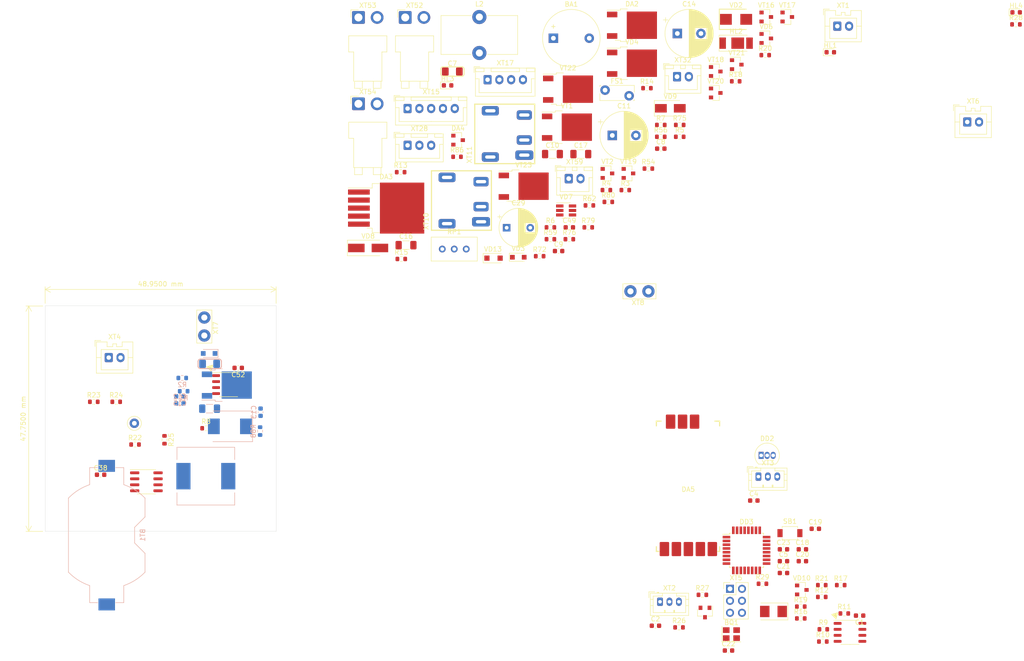
<source format=kicad_pcb>
(kicad_pcb (version 20211014) (generator pcbnew)
  (layers (0 "F.Cu" signal) (31 "B.Cu" signal) (34 "B.Paste" user) (35 "F.Paste" user) (36 "B.SilkS" user "B.Silkscreen") (37 "F.SilkS" user "F.Silkscreen") (38 "B.Mask" user) (39 "F.Mask" user) (44 "Edge.Cuts" user))
  (net 0 "")
  (net 1 "GND")
  (net 2 "3.3V")
  (net 3 "5V")
  (net 4 "I2C_SDA")
  (net 5 "I2C_SCL")
  (net 6 "XTAL2")
  (net 7 "XTAL1")
  (net 8 "VCC")
  (net 9 "RESET")
  (net 10 "Net-(DD1-Pad1)")
  (net 11 "Net-(DD1-Pad2)")
  (net 12 "12V_RAW")
  (net 13 "Net-(DD1-Pad4)")
  (net 14 "Net-(BA1-Pad1)")
  (net 15 "Net-(BA1-Pad2)")
  (net 16 "24V")
  (net 17 "D11_MOSI")
  (net 18 "D12_MISO")
  (net 19 "D13_SCK")
  (net 20 "GND_RAW")
  (net 21 "RS485_CTR")
  (net 22 "RXD")
  (net 23 "TXD")
  (net 24 "Net-(DA3-Pad3)")
  (net 25 "FB")
  (net 26 "Net-(R88-Pad1)")
  (net 27 "BAT_VOL")
  (net 28 "Net-(R22-Pad2)")
  (net 29 "BAT")
  (net 30 "CTR_BAT_VOL")
  (net 31 "/Battery/BAT+")
  (net 32 "/Battery/BAT-")
  (net 33 "/Sensor/VCC")
  (net 42 "/Sensor/GND")
  (net 43 "/DS18B20/VDD")
  (net 44 "/DS18B20/GND")
  (net 45 "12V")
  (net 46 "Net-(C11-Pad2)")
  (net 47 "Net-(C18-Pad1)")
  (net 48 "Net-(C29-Pad2)")
  (net 49 "/HC-12/VCC")
  (net 50 "/HC-12/GND")
  (net 51 "/HC-12/RXD")
  (net 52 "/HC-12/TXD")
  (net 53 "/HC-12/SET")
  (net 54 "Net-(DA9-Pad1)")
  (net 55 "Net-(DA9-Pad2)")
  (net 56 "Net-(DA9-Pad3)")
  (net 57 "/RS485/A_RS485")
  (net 58 "/RS485/B_RS485")
  (net 59 "/DS18B20/DQ")
  (net 60 "M1_PHT_START")
  (net 61 "M1_PHT_END")
  (net 62 "M12_IB")
  (net 63 "M12_IA")
  (net 65 "M_IA")
  (net 66 "M34_IB")
  (net 67 "M34_IA")
  (net 70 "M3_PHT_END")
  (net 71 "M3_PHT_START")
  (net 72 "M4_PHT_END")
  (net 73 "M4_PHT_START")
  (net 74 "M2_PHT_START")
  (net 75 "M2_PHT_END")
  (net 76 "Net-(HL1-Pad1)")
  (net 77 "/LED1/CATHODE")
  (net 78 "Net-(HL2-Pad1)")
  (net 79 "Net-(HL3-Pad1)")
  (net 80 "Net-(HL4-Pad1)")
  (net 81 "/LED/CATHODE")
  (net 82 "Net-(R4-Pad1)")
  (net 83 "BUZZER")
  (net 84 "Net-(R7-Pad2)")
  (net 85 "/RS485/RXD")
  (net 86 "/RS485/RS485_CTR")
  (net 87 "/RS485/TXD")
  (net 88 "Net-(R13-Pad1)")
  (net 89 "USART2_TX")
  (net 90 "Net-(R20-Pad1)")
  (net 91 "USART2_RX")
  (net 92 "/LED1/ANODE")
  (net 93 "/Sensor/OUT")
  (net 94 "/LED/ANODE")
  (net 95 "Net-(R54-Pad2)")
  (net 96 "LOCK_PWM")
  (net 97 "Net-(R56-Pad2)")
  (net 98 "Net-(R62-Pad2)")
  (net 99 "LED_PWM")
  (net 100 "LED_PWM_5V")
  (net 101 "Net-(R75-Pad2)")
  (net 102 "PHT_FALL_2")
  (net 103 "PHT_FALL_1")
  (net 104 "PHT_FALL_4")
  (net 105 "PHT_FALL_3")
  (net 106 "Net-(VD8-Pad2)")
  (net 107 "Net-(VD9-Pad1)")
  (net 108 "Net-(VD9-Pad2)")
  (net 109 "Net-(VT21-Pad3)")
  (net 110 "SD_CS")
  (footprint "Capacitor_SMD:C_1206_3216Metric_Pad1.33x1.80mm_HandSolder" (layer "F.Cu") (at 81.25 -49.85)
    (fp_text reference "C10" (at 0 -1.85) (layer "F.SilkS"))
    (fp_text value "10u")
    (pad "1" smd roundrect (at -1.5625 0) (size 1.325 1.8) (layers "F.Cu" "F.Paste" "F.Mask") (roundrect_rratio 0.188679) (net 3 "5V"))
    (pad "2" smd roundrect (at 1.5625 0) (size 1.325 1.8) (layers "F.Cu" "F.Paste" "F.Mask") (roundrect_rratio 0.188679) (net 1 "GND"))
  )
  (footprint "Resistor_SMD:R_0603_1608Metric" (layer "F.Cu") (at 80.82 -31.81)
    (fp_text reference "R59" (at 0 -1.43) (layer "F.SilkS"))
    (fp_text value "4.7k")
    (pad "1" smd roundrect (at -0.825 0) (size 0.8 0.95) (layers "F.Cu" "F.Paste" "F.Mask") (net 97 "Net-(R56-Pad2)"))
    (pad "2" smd roundrect (at 0.825 0) (size 0.8 0.95) (layers "F.Cu" "F.Paste" "F.Mask") (net 1 "GND"))
  )
  (footprint "Resistor_SMD:R_0603_1608Metric" (layer "F.Cu") (at 138.55 53.45)
    (fp_text reference "R10" (at 0 -1.43) (layer "F.SilkS"))
    (fp_text value "22")
    (pad "1" smd roundrect (at -0.825 0) (size 0.8 0.95) (layers "F.Cu" "F.Paste" "F.Mask") (net 86 "/RS485/RS485_CTR"))
    (pad "2" smd roundrect (at 0.825 0) (size 0.8 0.95) (layers "F.Cu" "F.Paste" "F.Mask") (net 11 "Net-(DD1-Pad2)"))
  )
  (footprint "Fuse:Fuse_Bourns_MF-RG300" (layer "F.Cu") (at 92.4 -63.4)
    (fp_text reference "FS1" (at 2.55 -1.9) (layer "F.SilkS"))
    (fp_text value "30R400UF 8A")
    (pad "1" thru_hole circle locked (at 0 0) (size 2.01 2.01) (drill 1.01) (layers *.Cu *.Mask) (net 48 "Net-(C29-Pad2)"))
    (pad "2" thru_hole circle locked (at 5.1 1.2) (size 2.01 2.01) (drill 1.01) (layers *.Cu *.Mask) (net 20 "GND_RAW"))
  )
  (footprint "Resistor_SMD:R_0603_1608Metric" (layer "F.Cu") (at -7.2 11.7)
    (fp_text reference "R22" (at 0 -1.43) (layer "F.SilkS"))
    (fp_text value "10")
    (pad "1" smd roundrect (at -0.825 0) (size 0.8 0.95) (layers "F.Cu" "F.Paste" "F.Mask") (net 27 "BAT_VOL"))
    (pad "2" smd roundrect (at 0.825 0) (size 0.8 0.95) (layers "F.Cu" "F.Paste" "F.Mask") (net 28 "Net-(R22-Pad2)"))
  )
  (footprint "Capacitor_SMD:C_0603_1608Metric" (layer "F.Cu") (at 82.55 -29.3)
    (fp_text reference "C9" (at 0 -1.43) (layer "F.SilkS"))
    (fp_text value "0.1u")
    (pad "1" smd roundrect (at -0.775 0) (size 0.9 0.95) (layers "F.Cu" "F.Paste" "F.Mask") (net 3 "5V"))
    (pad "2" smd roundrect (at 0.775 0) (size 0.9 0.95) (layers "F.Cu" "F.Paste" "F.Mask") (net 1 "GND"))
  )
  (footprint "Package_TO_SOT_SMD:TO-252-2" (layer "F.Cu") (at 98.1 -77.15)
    (fp_text reference "DA2" (at 0 -4.5) (layer "F.SilkS"))
    (fp_text value "L78M05CDT-TR")
    (pad "1" smd rect locked (at -4.2 -2.28) (size 2.2 1.2) (layers "F.Cu" "F.Paste" "F.Mask") (net 45 "12V"))
    (pad "2" smd rect locked (at 2.1 0) (size 6.4 5.8) (layers "F.Cu" "F.Mask") (net 1 "GND"))
    (pad "3" smd rect locked (at -4.2 2.28) (size 2.2 1.2) (layers "F.Cu" "F.Paste" "F.Mask") (net 3 "5V"))
  )
  (footprint "LED_SMD:LED_0603_1608Metric" (layer "F.Cu") (at 140.13 -71.43)
    (fp_text reference "HL1" (at 0 -1.43) (layer "F.SilkS"))
    (fp_text value "RED")
    (pad "1" smd roundrect locked (at -0.7875 0) (size 0.875 0.95) (layers "F.Cu" "F.Paste" "F.Mask") (net 76 "Net-(HL1-Pad1)"))
    (pad "2" smd roundrect locked (at 0.7875 0) (size 0.875 0.95) (layers "F.Cu" "F.Paste" "F.Mask") (net 77 "/LED1/CATHODE"))
  )
  (footprint "Package_TO_SOT_SMD:TO-252-2" (layer "F.Cu") (at 75.15 -43.04)
    (fp_text reference "VT23" (at 0 -4.5) (layer "F.SilkS"))
    (fp_text value "XXXTO252")
    (pad "1" smd rect locked (at -4.2 -2.28) (size 2.2 1.2) (layers "F.Cu" "F.Paste" "F.Mask") (net 98 "Net-(R62-Pad2)"))
    (pad "2" smd rect locked (at 2.1 0) (size 6.4 5.8) (layers "F.Cu" "F.Mask") (net 106 "Net-(VD8-Pad2)"))
    (pad "3" smd rect locked (at -4.2 2.28) (size 2.2 1.2) (layers "F.Cu" "F.Paste" "F.Mask") (net 1 "GND"))
  )
  (footprint "Capacitor_SMD:C_0603_1608Metric" (layer "F.Cu") (at 123.925 23.575)
    (fp_text reference "C4" (at 0 -1.43) (layer "F.SilkS"))
    (fp_text value "0.1u")
    (pad "1" smd roundrect (at -0.775 0) (size 0.9 0.95) (layers "F.Cu" "F.Paste" "F.Mask") (net 43 "/DS18B20/VDD"))
    (pad "2" smd roundrect (at 0.775 0) (size 0.9 0.95) (layers "F.Cu" "F.Paste" "F.Mask") (net 44 "/DS18B20/GND"))
  )
  (footprint "Connector_JST:JST_XH_B4B-XH-A_1x04_P2.50mm_Vertical" (layer "F.Cu") (at 67.5 -65.61)
    (fp_text reference "XT17" (at 3.75 -3.55) (layer "F.SilkS"))
    (fp_text value "XH2.54-4")
    (pad "1" thru_hole roundrect (at 0 0) (size 1.7 1.95) (drill 0.95) (layers *.Cu *.Mask) (roundrect_rratio 0.147059) (net 5 "I2C_SCL"))
    (pad "2" thru_hole oval (at 2.5 0) (size 1.7 1.95) (drill 0.95) (layers *.Cu *.Mask) (net 4 "I2C_SDA"))
    (pad "3" thru_hole oval (at 5 0) (size 1.7 1.95) (drill 0.95) (layers *.Cu *.Mask) (net 2 "3.3V"))
    (pad "4" thru_hole oval (at 7.5 0) (size 1.7 1.95) (drill 0.95) (layers *.Cu *.Mask) (net 1 "GND"))
  )
  (footprint "Capacitor_SMD:C_1206_3216Metric_Pad1.33x1.80mm_HandSolder" (layer "F.Cu") (at 50.22 -30.55)
    (fp_text reference "C16" (at 0 -1.85) (layer "F.SilkS"))
    (fp_text value "10u")
    (pad "1" smd roundrect (at -1.5625 0) (size 1.325 1.8) (layers "F.Cu" "F.Paste" "F.Mask") (roundrect_rratio 0.188679) (net 3 "5V"))
    (pad "2" smd roundrect (at 1.5625 0) (size 1.325 1.8) (layers "F.Cu" "F.Paste" "F.Mask") (roundrect_rratio 0.188679) (net 1 "GND"))
  )
  (footprint "Resistor_SMD:R_0603_1608Metric" (layer "F.Cu") (at 133.875 46.04)
    (fp_text reference "R19" (at 0 -1.43) (layer "F.SilkS"))
    (fp_text value "120")
    (pad "1" smd roundrect (at -0.825 0) (size 0.8 0.95) (layers "F.Cu" "F.Paste" "F.Mask") (net 58 "/RS485/B_RS485"))
    (pad "2" smd roundrect (at 0.825 0) (size 0.8 0.95) (layers "F.Cu" "F.Paste" "F.Mask") (net 57 "/RS485/A_RS485"))
  )
  (footprint "Diode_SMD:D_SMB" (layer "F.Cu") (at 120.16 -78.4)
    (fp_text reference "VD2" (at 0 -3) (layer "F.SilkS"))
    (fp_text value "SM6T12A")
    (pad "1" smd rect (at 2.15 0) (size 2.5 2.3) (layers "F.Cu" "F.Paste" "F.Mask") (net 48 "Net-(C29-Pad2)"))
    (pad "2" smd rect (at -2.15 0) (size 2.5 2.3) (layers "F.Cu" "F.Paste" "F.Mask") (net 12 "12V_RAW"))
  )
  (footprint "Connector_BarrelJack:BarrelJack_DC044A_5.5_2.5mm_Horizontal" (layer "F.Cu") (at 71.145 -54.125)
    (fp_text reference "XT11" (at -7.49 4.41 90) (layer "F.SilkS"))
    (fp_text value "DC044A 5.5/3.5mm")
    (pad "" np_thru_hole circle locked (at -2.06 1.3 270) (size 2.4 2.4) (drill 2.4) (layers *.Cu *.Mask))
    (pad "1" thru_hole roundrect locked (at 4.14 4.5 180) (size 3.8 2) (drill oval 2.2 0.7) (layers *.Cu *.Mask) (net 12 "12V_RAW"))
    (pad "2" thru_hole roundrect locked (at -3.06 4.9) (size 3.6 2) (drill oval 2.2 0.7) (layers *.Cu *.Mask) (net 20 "GND_RAW"))
    (pad "2" thru_hole roundrect locked (at -3.06 -4.9) (size 3.6 2) (drill oval 2.2 0.7) (layers *.Cu *.Mask) (net 20 "GND_RAW"))
    (pad "3" thru_hole roundrect locked (at 4.14 -4) (size 3.2 2) (drill oval 2.2 0.7) (layers *.Cu *.Mask))
    (pad "4" thru_hole roundrect locked (at 4.14 1.3) (size 3.2 2) (drill oval 2.2 0.7) (layers *.Cu *.Mask))
  )
  (footprint "TestPoint:TestPoint_Loop_D2.50mm_Drill1.0mm_LowProfile" (layer "F.Cu") (at -7.35 7.2)
    (fp_text reference "XP1" hide)
    (fp_text value "Testpoint")
    (pad "1" thru_hole circle locked (at 0 0) (size 2 2) (drill 1) (layers *.Cu *.Mask) (net 3 "5V"))
  )
  (footprint "Button_Switch_SMD:SW_SPST_B3U-1000P" (layer "F.Cu") (at 131.575 30.475)
    (fp_text reference "SB1" (at 0 -2.5) (layer "F.SilkS"))
    (fp_text value "SB_ON")
    (pad "1" smd rect (at -2.1 0) (size 1.1 1.7) (layers "F.Cu" "F.Paste" "F.Mask") (net 1 "GND"))
    (pad "2" smd rect (at 2.1 0) (size 1.1 1.7) (layers "F.Cu" "F.Paste" "F.Mask") (net 9 "RESET"))
  )
  (footprint "Diode_SMD:D_SOD-323_HandSoldering" (layer "F.Cu") (at 74.01 -27.99)
    (fp_text reference "VD3" (at 0 -1.85) (layer "F.SilkS"))
    (fp_text value "CDSOD323-T05SC")
    (pad "1" smd rect locked (at -1.25 0) (size 1 1) (layers "F.Cu" "F.Paste" "F.Mask") (net 1 "GND"))
    (pad "2" smd rect locked (at 1.25 0) (size 1 1) (layers "F.Cu" "F.Paste" "F.Mask") (net 3 "5V"))
  )
  (footprint "Capacitor_SMD:C_0603_1608Metric" (layer "F.Cu") (at 130.205 38.925)
    (fp_text reference "C21" (at 0 -1.43) (layer "F.SilkS"))
    (fp_text value "0.1u")
    (pad "1" smd roundrect (at -0.775 0) (size 0.9 0.95) (layers "F.Cu" "F.Paste" "F.Mask") (net 8 "VCC"))
    (pad "2" smd roundrect (at 0.775 0) (size 0.9 0.95) (layers "F.Cu" "F.Paste" "F.Mask") (net 1 "GND"))
  )
  (footprint "Connector_JST:JST_XA_B02B-XASK-1_1x02_P2.50mm_Vertical" (layer "F.Cu") (at 141.61 -76.95)
    (fp_text reference "XT1" (at 1.25 -4.4) (layer "F.SilkS"))
    (fp_text value "XH2.54-2")
    (pad "1" thru_hole roundrect (at 0 0) (size 1.7 1.95) (drill 0.95) (layers *.Cu *.Mask) (roundrect_rratio 0.147059) (net 92 "/LED1/ANODE"))
    (pad "2" thru_hole oval (at 2.5 0) (size 1.7 1.95) (drill 0.95) (layers *.Cu *.Mask) (net 77 "/LED1/CATHODE"))
  )
  (footprint "Package_TO_SOT_SMD:TO-252-2" (layer "F.Cu") (at 84.55 -63.6)
    (fp_text reference "VT22" (at 0 -4.5) (layer "F.SilkS"))
    (fp_text value "XXXTO252")
    (pad "1" smd rect locked (at -4.2 -2.28) (size 2.2 1.2) (layers "F.Cu" "F.Paste" "F.Mask") (net 100 "LED_PWM_5V"))
    (pad "2" smd rect locked (at 2.1 0) (size 6.4 5.8) (layers "F.Cu" "F.Mask") (net 109 "Net-(VT21-Pad3)"))
    (pad "3" smd rect locked (at -4.2 2.28) (size 2.2 1.2) (layers "F.Cu" "F.Paste" "F.Mask") (net 1 "GND"))
  )
  (footprint "Capacitor_SMD:C_0603_1608Metric" (layer "F.Cu") (at 134.215 36.415)
    (fp_text reference "C20" (at 0 -1.43) (layer "F.SilkS"))
    (fp_text value "0.1u")
    (pad "1" smd roundrect (at -0.775 0) (size 0.9 0.95) (layers "F.Cu" "F.Paste" "F.Mask") (net 9 "RESET"))
    (pad "2" smd roundrect (at 0.775 0) (size 0.9 0.95) (layers "F.Cu" "F.Paste" "F.Mask") (net 1 "GND"))
  )
  (footprint "Capacitor_SMD:C_0603_1608Metric" (layer "F.Cu") (at 134.215 33.905)
    (fp_text reference "C18" (at 0 -1.43) (layer "F.SilkS"))
    (fp_text value "0.1u")
    (pad "1" smd roundrect (at -0.775 0) (size 0.9 0.95) (layers "F.Cu" "F.Paste" "F.Mask") (net 47 "Net-(C18-Pad1)"))
    (pad "2" smd roundrect (at 0.775 0) (size 0.9 0.95) (layers "F.Cu" "F.Paste" "F.Mask") (net 1 "GND"))
  )
  (footprint "Resistor_SMD:R_0603_1608Metric" (layer "F.Cu") (at 108.22 -53.51)
    (fp_text reference "R5" (at 0 -1.43) (layer "F.SilkS"))
    (fp_text value "0")
    (pad "1" smd roundrect (at -0.825 0) (size 0.8 0.95) (layers "F.Cu" "F.Paste" "F.Mask") (net 55 "Net-(DA9-Pad2)"))
    (pad "2" smd roundrect (at 0.825 0) (size 0.8 0.95) (layers "F.Cu" "F.Paste" "F.Mask") (net 1 "GND"))
  )
  (footprint "Resistor_SMD:R_0603_1608Metric" (layer "F.Cu") (at 96.69 -42.22)
    (fp_text reference "R3" (at 0 -1.43) (layer "F.SilkS"))
    (fp_text value "0")
    (pad "1" smd roundrect (at -0.825 0) (size 0.8 0.95) (layers "F.Cu" "F.Paste" "F.Mask") (net 54 "Net-(DA9-Pad1)"))
    (pad "2" smd roundrect (at 0.825 0) (size 0.8 0.95) (layers "F.Cu" "F.Paste" "F.Mask") (net 1 "GND"))
  )
  (footprint "Resistor_SMD:R_0603_1608Metric" (layer "F.Cu") (at 108.075 50.45)
    (fp_text reference "R26" (at 0 -1.43) (layer "F.SilkS"))
    (fp_text value "10k")
    (pad "1" smd roundrect (at -0.825 0) (size 0.8 0.95) (layers "F.Cu" "F.Paste" "F.Mask") (net 33 "/Sensor/VCC"))
    (pad "2" smd roundrect (at 0.825 0) (size 0.8 0.95) (layers "F.Cu" "F.Paste" "F.Mask") (net 93 "/Sensor/OUT"))
  )
  (footprint "Capacitor_SMD:C_0603_1608Metric" (layer "F.Cu") (at 136.955 29.555)
    (fp_text reference "C19" (at 0 -1.43) (layer "F.SilkS"))
    (fp_text value "22")
    (pad "1" smd roundrect (at -0.775 0) (size 0.9 0.95) (layers "F.Cu" "F.Paste" "F.Mask") (net 6 "XTAL2"))
    (pad "2" smd roundrect (at 0.775 0) (size 0.9 0.95) (layers "F.Cu" "F.Paste" "F.Mask") (net 1 "GND"))
  )
  (footprint "Package_TO_SOT_SMD:SOT-23" (layer "F.Cu") (at 120.3 -68.8)
    (fp_text reference "VT21" (at 0 -2.5) (layer "F.SilkS"))
    (fp_text value "IRLML2502")
    (pad "1" smd rect locked (at -1 -0.95) (size 0.9 0.8) (layers "F.Cu" "F.Paste" "F.Mask") (net 101 "Net-(R75-Pad2)"))
    (pad "2" smd rect locked (at -1 0.95) (size 0.9 0.8) (layers "F.Cu" "F.Paste" "F.Mask") (net 1 "GND"))
    (pad "3" smd rect locked (at 1 0) (size 0.9 0.8) (layers "F.Cu" "F.Paste" "F.Mask") (net 109 "Net-(VT21-Pad3)"))
  )
  (footprint "Resistor_SMD:R_0603_1608Metric" (layer "F.Cu") (at 179.47 -77.33)
    (fp_text reference "R28" (at 0 -1.43) (layer "F.SilkS"))
    (fp_text value "4.7k")
    (pad "1" smd roundrect (at -0.825 0) (size 0.8 0.95) (layers "F.Cu" "F.Paste" "F.Mask") (net 94 "/LED/ANODE"))
    (pad "2" smd roundrect (at 0.825 0) (size 0.8 0.95) (layers "F.Cu" "F.Paste" "F.Mask") (net 80 "Net-(HL4-Pad1)"))
  )
  (footprint "Crystal:Crystal_SMD_5032-2Pin_5.0x3.2mm" (layer "F.Cu") (at 128.09 47.075 180)
    (fp_text reference "BQ2" hide)
    (fp_text value "5032 25MHz")
    (pad "1" smd rect locked (at -1.85 0 180) (size 2 2.4) (layers "F.Cu" "F.Paste" "F.Mask") (net 7 "XTAL1"))
    (pad "2" smd rect locked (at 1.85 0 180) (size 2 2.4) (layers "F.Cu" "F.Paste" "F.Mask") (net 6 "XTAL2"))
  )
  (footprint "Package_TO_SOT_SMD:SOT-23" (layer "F.Cu") (at 134.095 42.51)
    (fp_text reference "VD10" (at 0 -2.5) (layer "F.SilkS"))
    (fp_text value "VD_TVS_ARRAY4")
    (pad "1" smd rect locked (at -1 -0.95) (size 0.9 0.8) (layers "F.Cu" "F.Paste" "F.Mask") (net 58 "/RS485/B_RS485"))
    (pad "2" smd rect locked (at -1 0.95) (size 0.9 0.8) (layers "F.Cu" "F.Paste" "F.Mask") (net 57 "/RS485/A_RS485"))
    (pad "3" smd rect locked (at 1 0) (size 0.9 0.8) (layers "F.Cu" "F.Paste" "F.Mask") (net 1 "GND"))
  )
  (footprint "Diode_SMD:D_SMA" (layer "F.Cu") (at 106.23 -59.55)
    (fp_text reference "VD9" (at 0 -2.5) (layer "F.SilkS"))
    (fp_text value "SS35")
    (pad "1" smd rect locked (at -2 0) (size 2.5 1.8) (layers "F.Cu" "F.Paste" "F.Mask") (net 107 "Net-(VD9-Pad1)"))
    (pad "2" smd rect locked (at 2 0) (size 2.5 1.8) (layers "F.Cu" "F.Paste" "F.Mask") (net 108 "Net-(VD9-Pad2)"))
  )
  (footprint "Capacitor_SMD:C_0603_1608Metric" (layer "F.Cu") (at 130.205 36.415)
    (fp_text reference "C5" (at 0 -1.43) (layer "F.SilkS"))
    (fp_text value "22")
    (pad "1" smd roundrect (at -0.775 0) (size 0.9 0.95) (layers "F.Cu" "F.Paste" "F.Mask") (net 7 "XTAL1"))
    (pad "2" smd roundrect (at 0.775 0) (size 0.9 0.95) (layers "F.Cu" "F.Paste" "F.Mask") (net 1 "GND"))
  )
  (footprint "Resistor_SMD:R_0603_1608Metric" (layer "F.Cu") (at -0.96 10.6925 -90)
    (fp_text reference "R25" (at 0 -1.43 -90) (layer "F.SilkS"))
    (fp_text value "4.7k")
    (pad "1" smd roundrect (at -0.825 0 270) (size 0.8 0.95) (layers "F.Cu" "F.Paste" "F.Mask") (net 92 "/LED1/ANODE"))
    (pad "2" smd roundrect (at 0.825 0 270) (size 0.8 0.95) (layers "F.Cu" "F.Paste" "F.Mask") (net 76 "Net-(HL1-Pad1)"))
  )
  (footprint "Resistor_SMD:R_0603_1608Metric" (layer "F.Cu") (at 89.08 -38.97)
    (fp_text reference "R62" (at 0 -1.43) (layer "F.SilkS"))
    (fp_text value "0")
    (pad "1" smd roundrect (at -0.825 0) (size 0.8 0.95) (layers "F.Cu" "F.Paste" "F.Mask") (net 97 "Net-(R56-Pad2)"))
    (pad "2" smd roundrect (at 0.825 0) (size 0.8 0.95) (layers "F.Cu" "F.Paste" "F.Mask") (net 98 "Net-(R62-Pad2)"))
  )
  (footprint "Resistor_SMD:R_0603_1608Metric" (layer "F.Cu") (at 61.03 -49.27)
    (fp_text reference "R86" (at 0 -1.43) (layer "F.SilkS"))
    (fp_text value "4.7k")
    (pad "1" smd roundrect (at -0.825 0) (size 0.8 0.95) (layers "F.Cu" "F.Paste" "F.Mask") (net 78 "Net-(HL2-Pad1)"))
    (pad "2" smd roundrect (at 0.825 0) (size 0.8 0.95) (layers "F.Cu" "F.Paste" "F.Mask") (net 2 "3.3V"))
  )
  (footprint "Diode_SMD:D_SMA_Handsoldering" (layer "F.Cu") (at 42.19 -29.95)
    (fp_text reference "VD8" (at 0 -2.5) (layer "F.SilkS"))
    (fp_text value "1N4007")
    (pad "1" smd rect locked (at -2.5 0) (size 3.5 1.8) (layers "F.Cu" "F.Paste" "F.Mask") (net 45 "12V"))
    (pad "2" smd rect locked (at 2.5 0) (size 3.5 1.8) (layers "F.Cu" "F.Paste" "F.Mask") (net 106 "Net-(VD8-Pad2)"))
  )
  (footprint "Connector_BarrelJack:BarrelJack_DC044A_5.5_2.5mm_Horizontal" (layer "F.Cu") (at 61.975 -40.005)
    (fp_text reference "XT10" (at -7.49 4.41 90) (layer "F.SilkS"))
    (fp_text value "DC044A 5.5/3.5mm")
    (pad "" np_thru_hole circle locked (at -2.06 1.3 270) (size 2.4 2.4) (drill 2.4) (layers *.Cu *.Mask))
    (pad "1" thru_hole roundrect locked (at 4.14 4.5 180) (size 3.8 2) (drill oval 2.2 0.7) (layers *.Cu *.Mask) (net 12 "12V_RAW"))
    (pad "2" thru_hole roundrect locked (at -3.06 4.9) (size 3.6 2) (drill oval 2.2 0.7) (layers *.Cu *.Mask) (net 20 "GND_RAW"))
    (pad "2" thru_hole roundrect locked (at -3.06 -4.9) (size 3.6 2) (drill oval 2.2 0.7) (layers *.Cu *.Mask) (net 20 "GND_RAW"))
    (pad "3" thru_hole roundrect locked (at 4.14 -4) (size 3.2 2) (drill oval 2.2 0.7) (layers *.Cu *.Mask))
    (pad "4" thru_hole roundrect locked (at 4.14 1.3) (size 3.2 2) (drill oval 2.2 0.7) (layers *.Cu *.Mask))
  )
  (footprint "Resistor_SMD:R_0603_1608Metric" (layer "F.Cu") (at 133.875 48.55)
    (fp_text reference "R16" (at 0 -1.43) (layer "F.SilkS"))
    (fp_text value "10k")
    (pad "1" smd roundrect (at -0.825 0) (size 0.8 0.95) (layers "F.Cu" "F.Paste" "F.Mask") (net 10 "Net-(DD1-Pad1)"))
    (pad "2" smd roundrect (at 0.825 0) (size 0.8 0.95) (layers "F.Cu" "F.Paste" "F.Mask") (net 8 "VCC"))
  )
  (footprint "Capacitor_SMD:C_1206_3216Metric_Pad1.33x1.80mm_HandSolder" (layer "F.Cu") (at 87.26 -49.85)
    (fp_text reference "C17" (at 0 -1.85) (layer "F.SilkS"))
    (fp_text value "10u")
    (pad "1" smd roundrect (at -1.5625 0) (size 1.325 1.8) (layers "F.Cu" "F.Paste" "F.Mask") (roundrect_rratio 0.188679) (net 2 "3.3V"))
    (pad "2" smd roundrect (at 1.5625 0) (size 1.325 1.8) (layers "F.Cu" "F.Paste" "F.Mask") (roundrect_rratio 0.188679) (net 1 "GND"))
  )
  (footprint "Resistor_SMD:R_0603_1608Metric" (layer "F.Cu") (at 101.28 -63.82)
    (fp_text reference "R14" (at 0 -1.43) (layer "F.SilkS"))
    (fp_text value "4.7k")
    (pad "1" smd roundrect (at -0.825 0) (size 0.8 0.95) (layers "F.Cu" "F.Paste" "F.Mask") (net 2 "3.3V"))
    (pad "2" smd roundrect (at 0.825 0) (size 0.8 0.95) (layers "F.Cu" "F.Paste" "F.Mask") (net 4 "I2C_SDA"))
  )
  (footprint "Capacitor_THT:CP_Radial_D10.0mm_P5.00mm" (layer "F.Cu") (at 93.934646 -53.8)
    (fp_text reference "C11" (at 2.5 -6.25) (layer "F.SilkS"))
    (fp_text value "220u/50V")
    (pad "1" thru_hole rect locked (at 0 0) (size 2 2) (drill 1) (layers *.Cu *.Mask) (net 16 "24V"))
    (pad "2" thru_hole circle locked (at 5 0) (size 2 2) (drill 1) (layers *.Cu *.Mask) (net 46 "Net-(C11-Pad2)"))
  )
  (footprint "Capacitor_SMD:C_1206_3216Metric_Pad1.42x1.75mm_HandSolder" (layer "F.Cu") (at 60.031447 -67.34)
    (fp_text reference "C7" (at 0 -1.7) (layer "F.SilkS"))
    (fp_text value "10u")
    (pad "1" smd roundrect (at -1.4875 0) (size 1.425 1.75) (layers "F.Cu" "F.Paste" "F.Mask") (roundrect_rratio 0.175439) (net 45 "12V"))
    (pad "2" smd roundrect (at 1.4875 0) (size 1.425 1.75) (layers "F.Cu" "F.Paste" "F.Mask") (roundrect_rratio 0.175439) (net 1 "GND"))
  )
  (footprint "LED_SMD:LED_5730" (layer "F.Cu") (at 120.16 -73.3)
    (fp_text reference "HL2" (at 0 -2.55) (layer "F.SilkS"))
    (fp_text value "WHITE5730")
    (pad "1" smd rect locked (at 2.85 -0.05) (size 1.4 2.4) (layers "F.Cu" "F.Paste" "F.Mask") (net 78 "Net-(HL2-Pad1)"))
    (pad "1" smd rect locked (at 0.35 -0.05) (size 2.7 2.4) (layers "F.Cu" "F.Paste" "F.Mask") (net 78 "Net-(HL2-Pad1)"))
    (pad "2" smd rect locked (at -2.85 -0.05) (size 1.4 2.4) (layers "F.Cu" "F.Paste" "F.Mask") (net 15 "Net-(BA1-Pad2)"))
  )
  (footprint "Connector_JST:JST_XH_B5B-XH-A_1x05_P2.50mm_Vertical" (layer "F.Cu") (at 50.55 -59.5)
    (fp_text reference "XT15" (at 5 -3.55) (layer "F.SilkS"))
    (fp_text value "XH2.54-5")
    (pad "1" thru_hole roundrect (at 0 0) (size 1.7 1.95) (drill 0.95) (layers *.Cu *.Mask) (roundrect_rratio 0.147059) (net 3 "5V"))
    (pad "2" thru_hole oval (at 2.5 0) (size 1.7 1.95) (drill 0.95) (layers *.Cu *.Mask) (net 2 "3.3V"))
    (pad "3" thru_hole oval (at 5 0) (size 1.7 1.95) (drill 0.95) (layers *.Cu *.Mask) (net 88 "Net-(R13-Pad1)"))
    (pad "4" thru_hole oval (at 7.5 0) (size 1.7 1.95) (drill 0.95) (layers *.Cu *.Mask) (net 90 "Net-(R20-Pad1)"))
    (pad "5" thru_hole oval (at 10 0) (size 1.7 1.95) (drill 0.95) (layers *.Cu *.Mask) (net 1 "GND"))
  )
  (footprint "Connector_JST:JST_XH_B3B-XH-A_1x03_P2.50mm_Vertical" (layer "F.Cu") (at 50.55 -51.7)
    (fp_text reference "XT28" (at 2.5 -3.55) (layer "F.SilkS"))
    (fp_text value "XH2.54-3")
    (pad "1" thru_hole roundrect (at 0 0) (size 1.7 1.95) (drill 0.95) (layers *.Cu *.Mask) (roundrect_rratio 0.147059) (net 110 "SD_CS"))
    (pad "2" thru_hole oval (at 2.5 0) (size 1.7 1.95) (drill 0.95) (layers *.Cu *.Mask) (net 1 "GND"))
    (pad "3" thru_hole oval (at 5 0) (size 1.7 1.95) (drill 0.95) (layers *.Cu *.Mask) (net 2 "3.3V"))
  )
  (footprint "Package_SO:SOP-8_3.9x4.9mm_P1.27mm" (layer "F.Cu") (at 12.6 -1)
    (fp_text reference "DA9" hide)
    (fp_text value "24LC64")
    (fp_text user "▶" (at -3.825 -3.785 45) (layer "F.SilkS") (effects (font (size 1.4 1.4) (thickness 0.2))))
    (pad "1" smd roundrect locked (at -2.625 -1.905) (size 1.65 0.6) (layers "F.Cu" "F.Paste" "F.Mask") (net 54 "Net-(DA9-Pad1)"))
    (pad "2" smd roundrect locked (at -2.625 -0.635) (size 1.65 0.6) (layers "F.Cu" "F.Paste" "F.Mask") (net 55 "Net-(DA9-Pad2)"))
    (pad "3" smd roundrect locked (at -2.625 0.635) (size 1.65 0.6) (layers "F.Cu" "F.Paste" "F.Mask") (net 56 "Net-(DA9-Pad3)"))
    (pad "4" smd roundrect locked (at -2.625 1.905) (size 1.65 0.6) (layers "F.Cu" "F.Paste" "F.Mask") (net 1 "GND"))
    (pad "5" smd roundrect locked (at 2.625 1.905) (size 1.65 0.6) (layers "F.Cu" "F.Paste" "F.Mask") (net 4 "I2C_SDA"))
    (pad "6" smd roundrect locked (at 2.625 0.635) (size 1.65 0.6) (layers "F.Cu" "F.Paste" "F.Mask") (net 5 "I2C_SCL"))
    (pad "7" smd roundrect locked (at 2.625 -0.635) (size 1.65 0.6) (layers "F.Cu" "F.Paste" "F.Mask") (net 1 "GND"))
    (pad "8" smd roundrect locked (at 2.625 -1.905) (size 1.65 0.6) (layers "F.Cu" "F.Paste" "F.Mask") (net 2 "3.3V"))
  )
  (footprint "Resistor_SMD:R_0603_1608Metric" (layer "F.Cu") (at 138.325 41.49)
    (fp_text reference "R21" (at 0 -1.43) (layer "F.SilkS"))
    (fp_text value "4.7k")
    (pad "1" smd roundrect (at -0.825 0) (size 0.8 0.95) (layers "F.Cu" "F.Paste" "F.Mask") (net 1 "GND"))
    (pad "2" smd roundrect (at 0.825 0) (size 0.8 0.95) (layers "F.Cu" "F.Paste" "F.Mask") (net 58 "/RS485/B_RS485"))
  )
  (footprint "Resistor_SMD:R_0603_1608Metric" (layer "F.Cu") (at 125.755 41.205)
    (fp_text reference "R29" (at 0 -1.43) (layer "F.SilkS"))
    (fp_text value "4.7k")
    (pad "1" smd roundrect (at -0.825 0) (size 0.8 0.95) (layers "F.Cu" "F.Paste" "F.Mask") (net 8 "VCC"))
    (pad "2" smd roundrect (at 0.825 0) (size 0.8 0.95) (layers "F.Cu" "F.Paste" "F.Mask") (net 9 "RESET"))
  )
  (footprint "Package_SO:SOP-8_3.9x4.9mm_P1.27mm" (layer "F.Cu") (at 144.3 51.5)
    (fp_text reference "DD1" hide)
    (fp_text value "ST485")
    (fp_text user "▶" (at -3.1 -3.8 45) (layer "F.SilkS") (effects (font (size 1.4 1.4) (thickness 0.2))))
    (pad "1" smd roundrect locked (at -2.625 -1.905) (size 1.65 0.6) (layers "F.Cu" "F.Paste" "F.Mask") (net 10 "Net-(DD1-Pad1)"))
    (pad "2" smd roundrect locked (at -2.625 -0.635) (size 1.65 0.6) (layers "F.Cu" "F.Paste" "F.Mask") (net 11 "Net-(DD1-Pad2)"))
    (pad "3" smd roundrect locked (at -2.625 0.635) (size 1.65 0.6) (layers "F.Cu" "F.Paste" "F.Mask") (net 11 "Net-(DD1-Pad2)"))
    (pad "4" smd roundrect locked (at -2.625 1.905) (size 1.65 0.6) (layers "F.Cu" "F.Paste" "F.Mask") (net 13 "Net-(DD1-Pad4)"))
    (pad "5" smd roundrect locked (at 2.625 1.905) (size 1.65 0.6) (layers "F.Cu" "F.Paste" "F.Mask") (net 1 "GND"))
    (pad "6" smd roundrect locked (at 2.625 0.635) (size 1.65 0.6) (layers "F.Cu" "F.Paste" "F.Mask") (net 57 "/RS485/A_RS485"))
    (pad "7" smd roundrect locked (at 2.625 -0.635) (size 1.65 0.6) (layers "F.Cu" "F.Paste" "F.Mask") (net 58 "/RS485/B_RS485"))
    (pad "8" smd roundrect locked (at 2.625 -1.905) (size 1.65 0.6) (layers "F.Cu" "F.Paste" "F.Mask") (net 8 "VCC"))
  )
  (footprint "Resistor_SMD:R_0603_1608Metric" (layer "F.Cu") (at 92.68 -42.22)
    (fp_text reference "R4" (at 0 -1.43) (layer "F.SilkS"))
    (fp_text value "10")
    (pad "1" smd roundrect (at -0.825 0) (size 0.8 0.95) (layers "F.Cu" "F.Paste" "F.Mask") (net 82 "Net-(R4-Pad1)"))
    (pad "2" smd roundrect (at 0.825 0) (size 0.8 0.95) (layers "F.Cu" "F.Paste" "F.Mask") (net 83 "BUZZER"))
  )
  (footprint "Connector_PinHeader_2.54mm:PinHeader_2x03_P2.54mm_Vertical" (layer "F.Cu") (at 118.875 42.275)
    (fp_text reference "XT5" (at 1.27 -2.33) (layer "F.SilkS"))
    (fp_text value "PLS-2x03")
    (pad "1" thru_hole rect (at 0 0) (size 1.7 1.7) (drill 1) (layers *.Cu *.Mask) (net 18 "D12_MISO"))
    (pad "2" thru_hole oval (at 2.54 0) (size 1.7 1.7) (drill 1) (layers *.Cu *.Mask) (net 8 "VCC"))
    (pad "3" thru_hole oval (at 0 2.54) (size 1.7 1.7) (drill 1) (layers *.Cu *.Mask) (net 19 "D13_SCK"))
    (pad "4" thru_hole oval (at 2.54 2.54) (size 1.7 1.7) (drill 1) (layers *.Cu *.Mask) (net 17 "D11_MOSI"))
    (pad "5" thru_hole oval (at 0 5.08) (size 1.7 1.7) (drill 1) (layers *.Cu *.Mask) (net 9 "RESET"))
    (pad "6" thru_hole oval (at 2.54 5.08) (size 1.7 1.7) (drill 1) (layers *.Cu *.Mask) (net 1 "GND"))
  )
  (footprint "Inductor_THT:L_Toroid_Vertical_L16.0mm_W8.0mm_P7.62mm" (layer "F.Cu") (at 65.76 -78.89)
    (fp_text reference "L2" (at 0 -2.75) (layer "F.SilkS"))
    (fp_text value "33uH/5A")
    (pad "1" thru_hole circle locked (at 0 0) (size 3 3) (drill 1.5) (layers *.Cu *.Mask) (net 24 "Net-(DA3-Pad3)"))
    (pad "2" thru_hole circle locked (at 0 7.62) (size 3 3) (drill 1.5) (layers *.Cu *.Mask) (net 12 "12V_RAW"))
  )
  (footprint "Potentiometer_THT:Potentiometer_Bourns_3296W_Vertical" (layer "F.Cu") (at 62.98 -29.72)
    (fp_text reference "RP1" (at -2.54 -3.66) (layer "F.SilkS"))
    (fp_text value "RP_TRIMMER")
    (pad "1" thru_hole circle locked (at 0 0) (size 1.44 1.44) (drill 0.8) (layers *.Cu *.Mask) (net 20 "GND_RAW"))
    (pad "2" thru_hole circle locked (at -2.54 0) (size 1.44 1.44) (drill 0.8) (layers *.Cu *.Mask) (net 25 "FB"))
    (pad "3" thru_hole circle locked (at -5.08 0) (size 1.44 1.44) (drill 0.8) (layers *.Cu *.Mask) (net 26 "Net-(R88-Pad1)"))
  )
  (footprint "Resistor_SMD:R_0603_1608Metric" (layer "F.Cu") (at 120.08 -65.27)
    (fp_text reference "R18" (at 0 -1.43) (layer "F.SilkS"))
    (fp_text value "4.7k")
    (pad "1" smd roundrect (at -0.825 0) (size 0.8 0.95) (layers "F.Cu" "F.Paste" "F.Mask") (net 8 "VCC"))
    (pad "2" smd roundrect (at 0.825 0) (size 0.8 0.95) (layers "F.Cu" "F.Paste" "F.Mask") (net 79 "Net-(HL3-Pad1)"))
  )
  (footprint "Resistor_SMD:R_0603_1608Metric" (layer "F.Cu") (at 78.54 -28.21)
    (fp_text reference "R72" (at 0 -1.43) (layer "F.SilkS"))
    (fp_text value "0")
    (pad "1" smd roundrect (at -0.825 0) (size 0.8 0.95) (layers "F.Cu" "F.Paste" "F.Mask") (net 99 "LED_PWM"))
    (pad "2" smd roundrect (at 0.825 0) (size 0.8 0.95) (layers "F.Cu" "F.Paste" "F.Mask") (net 100 "LED_PWM_5V"))
  )
  (footprint "Package_TO_SOT_SMD:TO-252-2" (layer "F.Cu") (at 98.1 -69.1)
    (fp_text reference "VD4" (at 0 -4.5) (layer "F.SilkS"))
    (fp_text value "STPS8L30B")
    (pad "1" smd rect locked (at -4.2 -2.28) (size 2.2 1.2) (layers "F.Cu" "F.Paste" "F.Mask") (net 20 "GND_RAW"))
    (pad "2" smd rect locked (at 2.1 0) (size 6.4 5.8) (layers "F.Cu" "F.Mask") (net 24 "Net-(DA3-Pad3)"))
    (pad "3" smd rect locked (at -4.2 2.28) (size 2.2 1.2) (layers "F.Cu" "F.Paste" "F.Mask") (net 20 "GND_RAW"))
  )
  (footprint "Capacitor_THT:CP_Radial_D10.0mm_P5.00mm" (layer "F.Cu") (at 107.714646 -75.4)
    (fp_text reference "C14" (at 2.5 -6.25) (layer "F.SilkS"))
    (fp_text value "330u/25V")
    (pad "1" thru_hole rect locked (at 0 0) (size 2 2) (drill 1) (layers *.Cu *.Mask) (net 12 "12V_RAW"))
    (pad "2" thru_hole circle locked (at 5 0) (size 2 2) (drill 1) (layers *.Cu *.Mask) (net 20 "GND_RAW"))
  )
  (footprint "Connector_JST:JST_XA_B02B-XASK-1_1x02_P2.50mm_Vertical" (layer "F.Cu") (at -12.775 -6.725)
    (fp_text reference "XT4" (at 1.25 -4.4) (layer "F.SilkS"))
    (fp_text value "XH2.54-2")
    (pad "1" thru_hole roundrect (at 0 0) (size 1.7 1.95) (drill 0.95) (layers *.Cu *.Mask) (roundrect_rratio 0.147059) (net 94 "/LED/ANODE"))
    (pad "2" thru_hole oval (at 2.5 0) (size 1.7 1.95) (drill 0.95) (layers *.Cu *.Mask) (net 81 "/LED/CATHODE"))
  )
  (footprint "Resistor_SMD:R_0603_1608Metric" (layer "F.Cu") (at 7.85 8.25)
    (fp_text reference "R8" (at 0 -1.43) (layer "F.SilkS"))
    (fp_text value "0")
    (pad "1" smd roundrect (at -0.825 0) (size 0.8 0.95) (layers "F.Cu" "F.Paste" "F.Mask") (net 56 "Net-(DA9-Pad3)"))
    (pad "2" smd roundrect (at 0.825 0) (size 0.8 0.95) (layers "F.Cu" "F.Paste" "F.Mask") (net 1 "GND"))
  )
  (footprint "Package_QFP:TQFP-32_7x7mm_P0.8mm" (layer "F.Cu") (at 122.375 34.125)
    (fp_text reference "DD3" (at 0 -6.05) (layer "F.SilkS"))
    (fp_text value "ATmega168P")
    (pad "1" smd rect locked (at -4.25 -2.8) (size 1.6 0.55) (layers "F.Cu" "F.Paste" "F.Mask") (net 60 "M1_PHT_START"))
    (pad "2" smd rect locked (at -4.25 -2) (size 1.6 0.55) (layers "F.Cu" "F.Paste" "F.Mask") (net 61 "M1_PHT_END"))
    (pad "3" smd rect locked (at -4.25 -1.2) (size 1.6 0.55) (layers "F.Cu" "F.Paste" "F.Mask") (net 1 "GND"))
    (pad "4" smd rect locked (at -4.25 -0.4) (size 1.6 0.55) (layers "F.Cu" "F.Paste" "F.Mask") (net 8 "VCC"))
    (pad "5" smd rect locked (at -4.25 0.4) (size 1.6 0.55) (layers "F.Cu" "F.Paste" "F.Mask") (net 1 "GND"))
    (pad "6" smd rect locked (at -4.25 1.2) (size 1.6 0.55) (layers "F.Cu" "F.Paste" "F.Mask") (net 8 "VCC"))
    (pad "7" smd rect locked (at -4.25 2) (size 1.6 0.55) (layers "F.Cu" "F.Paste" "F.Mask") (net 7 "XTAL1"))
    (pad "8" smd rect locked (at -4.25 2.8) (size 1.6 0.55) (layers "F.Cu" "F.Paste" "F.Mask") (net 6 "XTAL2"))
    (pad "9" smd rect locked (at -2.8 4.25 90) (size 1.6 0.55) (layers "F.Cu" "F.Paste" "F.Mask") (net 62 "M12_IB"))
    (pad "10" smd rect locked (at -2 4.25 90) (size 1.6 0.55) (layers "F.Cu" "F.Paste" "F.Mask") (net 63 "M12_IA"))
    (pad "11" smd rect locked (at -1.2 4.25 90) (size 1.6 0.55) (layers "F.Cu" "F.Paste" "F.Mask"))
    (pad "12" smd rect locked (at -0.4 4.25 90) (size 1.6 0.55) (layers "F.Cu" "F.Paste" "F.Mask") (net 65 "M_IA"))
    (pad "13" smd rect locked (at 0.4 4.25 90) (size 1.6 0.55) (layers "F.Cu" "F.Paste" "F.Mask") (net 66 "M34_IB"))
    (pad "14" smd rect locked (at 1.2 4.25 90) (size 1.6 0.55) (layers "F.Cu" "F.Paste" "F.Mask") (net 67 "M34_IA"))
    (pad "15" smd rect locked (at 2 4.25 90) (size 1.6 0.55) (layers "F.Cu" "F.Paste" "F.Mask") (net 17 "D11_MOSI"))
    (pad "16" smd rect locked (at 2.8 4.25 90) (size 1.6 0.55) (layers "F.Cu" "F.Paste" "F.Mask") (net 18 "D12_MISO"))
    (pad "17" smd rect locked (at 4.25 2.8) (size 1.6 0.55) (layers "F.Cu" "F.Paste" "F.Mask") (net 19 "D13_SCK"))
    (pad "18" smd rect locked (at 4.25 2) (size 1.6 0.55) (layers "F.Cu" "F.Paste" "F.Mask") (net 8 "VCC"))
    (pad "19" smd rect locked (at 4.25 1.2) (size 1.6 0.55) (layers "F.Cu" "F.Paste" "F.Mask"))
    (pad "20" smd rect locked (at 4.25 0.4) (size 1.6 0.55) (layers "F.Cu" "F.Paste" "F.Mask") (net 47 "Net-(C18-Pad1)"))
    (pad "21" smd rect locked (at 4.25 -0.4) (size 1.6 0.55) (layers "F.Cu" "F.Paste" "F.Mask") (net 1 "GND"))
    (pad "22" smd rect locked (at 4.25 -1.2) (size 1.6 0.55) (layers "F.Cu" "F.Paste" "F.Mask"))
    (pad "23" smd rect locked (at 4.25 -2) (size 1.6 0.55) (layers "F.Cu" "F.Paste" "F.Mask") (net 70 "M3_PHT_END"))
    (pad "24" smd rect locked (at 4.25 -2.8) (size 1.6 0.55) (layers "F.Cu" "F.Paste" "F.Mask") (net 71 "M3_PHT_START"))
    (pad "25" smd rect locked (at 2.8 -4.25 90) (size 1.6 0.55) (layers "F.Cu" "F.Paste" "F.Mask") (net 72 "M4_PHT_END"))
    (pad "26" smd rect locked (at 2 -4.25 90) (size 1.6 0.55) (layers "F.Cu" "F.Paste" "F.Mask") (net 73 "M4_PHT_START"))
    (pad "27" smd rect locked (at 1.2 -4.25 90) (size 1.6 0.55) (layers "F.Cu" "F.Paste" "F.Mask") (net 21 "RS485_CTR"))
    (pad "28" smd rect locked (at 0.4 -4.25 90) (size 1.6 0.55) (layers "F.Cu" "F.Paste" "F.Mask") (net 74 "M2_PHT_START"))
    (pad "29" smd rect locked (at -0.4 -4.25 90) (size 1.6 0.55) (layers "F.Cu" "F.Paste" "F.Mask") (net 9 "RESET"))
    (pad "30" smd rect locked (at -1.2 -4.25 90) (size 1.6 0.55) (layers "F.Cu" "F.Paste" "F.Mask") (net 22 "RXD"))
    (pad "31" smd rect locked (at -2 -4.25 90) (size 1.6 0.55) (layers "F.Cu" "F.Paste" "F.Mask") (net 23 "TXD"))
    (pad "32" smd rect locked (at -2.8 -4.25 90) (size 1.6 0.55) (layers "F.Cu" "F.Paste" "F.Mask") (net 75 "M2_PHT_END"))
  )
  (footprint "Resistor_SMD:R_0603_1608Metric" (layer "F.Cu") (at 138.65 50.85)
    (fp_text reference "R9" (at 0 -1.43) (layer "F.SilkS"))
    (fp_text value "22")
    (pad "1" smd roundrect (at -0.825 0) (size 0.8 0.95) (layers "F.Cu" "F.Paste" "F.Mask") (net 85 "/RS485/RXD"))
    (pad "2" smd roundrect (at 0.825 0) (size 0.8 0.95) (layers "F.Cu" "F.Paste" "F.Mask") (net 10 "Net-(DD1-Pad1)"))
  )
  (footprint "Package_TO_SOT_SMD:TO-252-2" (layer "F.Cu") (at 84.32 -55.55)
    (fp_text reference "VT1" (at 0 -4.5) (layer "F.SilkS"))
    (fp_text value "IRFxxx")
    (pad "1" smd rect locked (at -4.2 -2.28) (size 2.2 1.2) (layers "F.Cu" "F.Paste" "F.Mask") (net 84 "Net-(R7-Pad2)"))
    (pad "2" smd rect locked (at 2.1 0) (size 6.4 5.8) (layers "F.Cu" "F.Mask") (net 48 "Net-(C29-Pad2)"))
    (pad "3" smd rect locked (at -4.2 2.28) (size 2.2 1.2) (layers "F.Cu" "F.Paste" "F.Mask") (net 1 "GND"))
  )
  (footprint "Package_TO_SOT_SMD:TO-263-5_TabPin6" (layer "F.Cu") (at 46.01 -38.4)
    (fp_text reference "DA3" (at 0 -6.65) (layer "F.SilkS"))
    (fp_text value "XL4005")
    (pad "1" smd rect locked (at -5.775 -3.4) (size 4.6 1.1) (layers "F.Cu" "F.Paste" "F.Mask") (net 46 "Net-(C11-Pad2)"))
    (pad "2" smd rect locked (at -5.775 -1.7) (size 4.6 1.1) (layers "F.Cu" "F.Paste" "F.Mask") (net 25 "FB"))
    (pad "3" smd rect locked (at -5.775 0) (size 4.6 1.1) (layers "F.Cu" "F.Paste" "F.Mask") (net 24 "Net-(DA3-Pad3)"))
    (pad "4" smd rect locked (at -5.775 1.7) (size 4.6 1.1) (layers "F.Cu" "F.Paste" "F.Mask") (net 16 "24V"))
    (pad "5" smd rect locked (at -5.775 3.4) (size 4.6 1.1) (layers "F.Cu" "F.Paste" "F.Mask") (net 16 "24V"))
    (pad "6" smd rect locked (at 3.375 0) (size 9.4 10.8) (layers "F.Cu" "F.Mask") (net 20 "GND_RAW"))
  )
  (footprint "Package_SO:SOIC-8_3.9x4.9mm_P1.27mm" (layer "F.Cu") (at -4.8 19.6)
    (fp_text reference "U21" hide)
    (fp_text value "DS1307ZN+")
    (pad "1" smd roundrect locked (at -2.475 -1.905) (size 1.95 0.6) (layers "F.Cu" "F.Paste" "F.Mask"))
    (pad "2" smd roundrect locked (at -2.475 -0.635) (size 1.95 0.6) (layers "F.Cu" "F.Paste" "F.Mask"))
    (pad "3" smd roundrect locked (at -2.475 0.635) (size 1.95 0.6) (layers "F.Cu" "F.Paste" "F.Mask"))
    (pad "4" smd roundrect locked (at -2.475 1.905) (size 1.95 0.6) (layers "F.Cu" "F.Paste" "F.Mask"))
    (pad "5" smd roundrect locked (at 2.475 1.905) (size 1.95 0.6) (layers "F.Cu" "F.Paste" "F.Mask"))
    (pad "6" smd roundrect locked (at 2.475 0.635) (size 1.95 0.6) (layers "F.Cu" "F.Paste" "F.Mask"))
    (pad "7" smd roundrect locked (at 2.475 -0.635) (size 1.95 0.6) (layers "F.Cu" "F.Paste" "F.Mask"))
    (pad "8" smd roundrect locked (at 2.475 -1.905) (size 1.95 0.6) (layers "F.Cu" "F.Paste" "F.Mask"))
  )
  (footprint "Package_TO_SOT_SMD:SOT-23" (layer "F.Cu") (at 97.35 -45.75)
    (fp_text reference "VT19" (at 0 -2.5) (layer "F.SilkS"))
    (fp_text value "IRLML2502")
    (pad "1" smd rect locked (at -1 -0.95) (size 0.9 0.8) (layers "F.Cu" "F.Paste" "F.Mask") (net 98 "Net-(R62-Pad2)"))
    (pad "2" smd rect locked (at -1 0.95) (size 0.9 0.8) (layers "F.Cu" "F.Paste" "F.Mask") (net 1 "GND"))
    (pad "3" smd rect locked (at 1 0) (size 0.9 0.8) (layers "F.Cu" "F.Paste" "F.Mask") (net 106 "Net-(VD8-Pad2)"))
  )
  (footprint "Package_TO_SOT_SMD:SOT-23" (layer "F.Cu") (at 126.56 -78.9)
    (fp_text reference "VT16" (at 0 -2.5) (layer "F.SilkS"))
    (fp_text value "AO3407")
    (pad "1" smd rect locked (at -1 -0.95) (size 0.9 0.8) (layers "F.Cu" "F.Paste" "F.Mask") (net 107 "Net-(VD9-Pad1)"))
    (pad "2" smd rect locked (at -1 0.95) (size 0.9 0.8) (layers "F.Cu" "F.Paste" "F.Mask") (net 45 "12V"))
    (pad "3" smd rect locked (at 1 0) (size 0.9 0.8) (layers "F.Cu" "F.Paste" "F.Mask") (net 98 "Net-(R62-Pad2)"))
  )
  (footprint "Connector_JST:JST_XA_B02B-XASK-1_1x02_P2.50mm_Vertical" (layer "F.Cu") (at 169.15 -56.65)
    (fp_text reference "XT6" (at 1.25 -4.4) (layer "F.SilkS"))
    (fp_text value "XH2.54-2")
    (pad "1" thru_hole roundrect (at 0 0) (size 1.7 1.95) (drill 0.95) (layers *.Cu *.Mask) (roundrect_rratio 0.147059) (net 31 "/Battery/BAT+"))
    (pad "2" thru_hole oval (at 2.5 0) (size 1.7 1.95) (drill 0.95) (layers *.Cu *.Mask) (net 32 "/Battery/BAT-"))
  )
  (footprint "Diode_SMD:D_SOD-123F" (layer "F.Cu") (at 68.765 -27.79)
    (fp_text reference "VD13" (at -0.127 -1.905) (layer "F.SilkS"))
    (fp_text value "1N4007")
    (pad "1" smd rect locked (at -1.4 0) (size 1.1 1.1) (layers "F.Cu" "F.Paste" "F.Mask") (net 14 "Net-(BA1-Pad1)"))
    (pad "2" smd rect locked (at 1.4 0) (size 1.1 1.1) (layers "F.Cu" "F.Paste" "F.Mask") (net 15 "Net-(BA1-Pad2)"))
  )
  (footprint "Resistor_SMD:R_0603_1608Metric" (layer "F.Cu") (at -15.94 2.65)
    (fp_text reference "R23" (at 0 -1.43) (layer "F.SilkS"))
    (fp_text value "4.7k")
    (pad "1" smd roundrect (at -0.825 0) (size 0.8 0.95) (layers "F.Cu" "F.Paste" "F.Mask") (net 29 "BAT"))
    (pad "2" smd roundrect (at 0.825 0) (size 0.8 0.95) (layers "F.Cu" "F.Paste" "F.Mask") (net 28 "Net-(R22-Pad2)"))
  )
  (footprint "Resistor_SMD:R_0603_1608Metric" (layer "F.Cu") (at 113.025 43.55)
    (fp_text reference "R27" (at 0 -1.43) (layer "F.SilkS"))
    (fp_text value "10k")
    (pad "1" smd roundrect (at -0.825 0) (size 0.8 0.95) (layers "F.Cu" "F.Paste" "F.Mask") (net 93 "/Sensor/OUT"))
    (pad "2" smd roundrect (at 0.825 0) (size 0.8 0.95) (layers "F.Cu" "F.Paste" "F.Mask") (net 42 "/Sensor/GND"))
  )
  (footprint "Resistor_SMD:R_0603_1608Metric" (layer "F.Cu") (at 49.22 -27.62)
    (fp_text reference "R15" (at 0 -1.43) (layer "F.SilkS"))
    (fp_text value "4.7k")
    (pad "1" smd roundrect (at -0.825 0) (size 0.8 0.95) (layers "F.Cu" "F.Paste" "F.Mask") (net 2 "3.3V"))
    (pad "2" smd roundrect (at 0.825 0) (size 0.8 0.95) (layers "F.Cu" "F.Paste" "F.Mask") (net 5 "I2C_SCL"))
  )
  (footprint "Package_TO_SOT_THT:TO-92_Inline" (layer "F.Cu") (at 125.475 14)
    (fp_text reference "DD2" (at 1.27 -3.56) (layer "F.SilkS"))
    (fp_text value "DS18B20")
    (pad "1" thru_hole rect locked (at 0 0) (size 1.05 1.5) (drill 0.75) (layers *.Cu *.Mask) (net 44 "/DS18B20/GND"))
    (pad "2" thru_hole oval locked (at 1.27 0) (size 1.05 1.5) (drill 0.75) (layers *.Cu *.Mask) (net 59 "/DS18B20/DQ"))
    (pad "3" thru_hole oval locked (at 2.54 0) (size 1.05 1.5) (drill 0.75) (layers *.Cu *.Mask) (net 43 "/DS18B20/VDD"))
  )
  (footprint "Capacitor_SMD:C_0603_1608Metric" (layer "F.Cu") (at 14.6625 -4.535 180)
    (fp_text reference "C52" (at 0 -1.43 180) (layer "F.SilkS"))
    (fp_text value "0.1u")
    (pad "1" smd roundrect (at -0.775 0 180) (size 0.9 0.95) (layers "F.Cu" "F.Paste" "F.Mask") (net 2 "3.3V"))
    (pad "2" smd roundrect (at 0.775 0 180) (size 0.9 0.95) (layers "F.Cu" "F.Paste" "F.Mask") (net 1 "GND"))
  )
  (footprint "Resistor_SMD:R_0603_1608Metric" (layer "F.Cu") (at 126.34 -70.82)
    (fp_text reference "R20" (at 0 -1.43) (layer "F.SilkS"))
    (fp_text value "10")
    (pad "1" smd roundrect (at -0.825 0) (size 0.8 0.95) (layers "F.Cu" "F.Paste" "F.Mask") (net 90 "Net-(R20-Pad1)"))
    (pad "2" smd roundrect (at 0.825 0) (size 0.8 0.95) (layers "F.Cu" "F.Paste" "F.Mask") (net 91 "USART2_RX"))
  )
  (footprint "Capacitor_THT:CP_Radial_D8.0mm_P5.00mm" (layer "F.Cu") (at 71.544698 -34.24)
    (fp_text reference "C29" (at 2.5 -5.25) (layer "F.SilkS"))
    (fp_text value "220u/25V")
    (pad "1" thru_hole rect locked (at 0 0) (size 1.6 1.6) (drill 0.8) (layers *.Cu *.Mask) (net 12 "12V_RAW"))
    (pad "2" thru_hole circle locked (at 5 0) (size 1.6 1.6) (drill 0.8) (layers *.Cu *.Mask) (net 48 "Net-(C29-Pad2)"))
  )
  (footprint "Resistor_SMD:R_0603_1608Metric" (layer "F.Cu") (at 143.1 47.5)
    (fp_text reference "R11" (at 0 -1.43) (layer "F.SilkS"))
    (fp_text value "22")
    (pad "1" smd roundrect (at -0.825 0) (size 0.8 0.95) (layers "F.Cu" "F.Paste" "F.Mask") (net 86 "/RS485/RS485_CTR"))
    (pad "2" smd roundrect (at 0.825 0) (size 0.8 0.95) (layers "F.Cu" "F.Paste" "F.Mask") (net 11 "Net-(DD1-Pad2)"))
  )
  (footprint "Package_TO_SOT_SMD:SOT-23-6_Handsoldering" (layer "F.Cu") (at 84.15 -37.9)
    (fp_text reference "VD7" (at 0 -2.9) (layer "F.SilkS"))
    (fp_text value "SRV05-4.TCT")
    (pad "1" smd rect locked (at -1.35 -0.95) (size 1.56 0.65) (layers "F.Cu" "F.Paste" "F.Mask") (net 102 "PHT_FALL_2"))
    (pad "2" smd rect locked (at -1.35 0) (size 1.56 0.65) (layers "F.Cu" "F.Paste" "F.Mask") (net 1 "GND"))
    (pad "3" smd rect locked (at -1.35 0.95) (size 1.56 0.65) (layers "F.Cu" "F.Paste" "F.Mask") (net 103 "PHT_FALL_1"))
    (pad "4" smd rect locked (at 1.35 0.95) (size 1.56 0.65) (layers "F.Cu" "F.Paste" "F.Mask") (net 104 "PHT_FALL_4"))
    (pad "5" smd rect locked (at 1.35 0) (size 1.56 0.65) (layers "F.Cu" "F.Paste" "F.Mask") (net 2 "3.3V"))
    (pad "6" smd rect locked (at 1.35 -0.95) (size 1.56 0.65) (layers "F.Cu" "F.Paste" "F.Mask") (net 105 "PHT_FALL_3"))
  )
  (footprint "Resistor_SMD:R_0603_1608Metric" (layer "F.Cu") (at 142.335 41.49)
    (fp_text reference "R17" (at 0 -1.43) (layer "F.SilkS"))
    (fp_text value "4.7k")
    (pad "1" smd roundrect (at -0.825 0) (size 0.8 0.95) (layers "F.Cu" "F.Paste" "F.Mask") (net 57 "/RS485/A_RS485"))
    (pad "2" smd roundrect (at 0.825 0) (size 0.8 0.95) (layers "F.Cu" "F.Paste" "F.Mask") (net 8 "VCC"))
  )
  (footprint "Crystal:Crystal_SMD_3225-4Pin_3.2x2.5mm" (layer "F.Cu") (at 119.175 51.875)
    (fp_text reference "BQ1" (at 0 -2.45) (layer "F.SilkS"))
    (fp_text value "3225 25MHz")
    (pad "1" smd rect locked (at -1.1 0.85) (size 1.4 1.2) (layers "F.Cu" "F.Paste" "F.Mask") (net 7 "XTAL1"))
    (pad "2" smd rect locked (at 1.1 0.85) (size 1.4 1.2) (layers "F.Cu" "F.Paste" "F.Mask") (net 1 "GND"))
    (pad "3" smd rect locked (at 1.1 -0.85) (size 1.4 1.2) (layers "F.Cu" "F.Paste" "F.Mask") (net 6 "XTAL2"))
    (pad "4" smd rect locked (at -1.1 -0.85) (size 1.4 1.2) (layers "F.Cu" "F.Paste" "F.Mask") (net 1 "GND"))
  )
  (footprint "Package_TO_SOT_SMD:SOT-23" (layer "F.Cu") (at 61.25 -52.8)
    (fp_text reference "DA4" (at 0 -2.5) (layer "F.SilkS"))
    (fp_text value "XC6206P332MR")
    (pad "1" smd rect locked (at -1 -0.95) (size 0.9 0.8) (layers "F.Cu" "F.Paste" "F.Mask") (net 1 "GND"))
    (pad "2" smd rect locked (at -1 0.95) (size 0.9 0.8) (layers "F.Cu" "F.Paste" "F.Mask") (net 2 "3.3V"))
    (pad "3" smd rect locked (at 1 0) (size 0.9 0.8) (layers "F.Cu" "F.Paste" "F.Mask") (net 3 "5V"))
  )
  (footprint "Capacitor_SMD:C_0603_1608Metric" (layer "F.Cu") (at 130.205 33.905)
    (fp_text reference "C23" (at 0 -1.43) (layer "F.SilkS"))
    (fp_text value "0.1u")
    (pad "1" smd roundrect (at -0.775 0) (size 0.9 0.95) (layers "F.Cu" "F.Paste" "F.Mask") (net 1 "GND"))
    (pad "2" smd roundrect (at 0.775 0) (size 0.9 0.95) (layers "F.Cu" "F.Paste" "F.Mask") (net 8 "VCC"))
  )
  (footprint "Capacitor_SMD:C_0603_1608Metric" (layer "F.Cu") (at -14.5 18.1)
    (fp_text reference "C38" (at 0 -1.43) (layer "F.SilkS"))
    (fp_text value "1u")
    (pad "1" smd roundrect (at -0.775 0) (size 0.9 0.95) (layers "F.Cu" "F.Paste" "F.Mask") (net 27 "BAT_VOL"))
    (pad "2" smd roundrect (at 0.775 0) (size 0.9 0.95) (layers "F.Cu" "F.Paste" "F.Mask") (net 1 "GND"))
  )
  (footprint "LED_SMD:LED_0603_1608Metric" (layer "F.Cu") (at 59.03 -64.4)
    (fp_text reference "HL3" (at 0 -1.43) (layer "F.SilkS"))
    (fp_text value "RED")
    (pad "1" smd roundrect locked (at -0.7875 0) (size 0.875 0.95) (layers "F.Cu" "F.Paste" "F.Mask") (net 79 "Net-(HL3-Pad1)"))
    (pad "2" smd roundrect locked (at 0.7875 0) (size 0.875 0.95) (layers "F.Cu" "F.Paste" "F.Mask") (net 1 "GND"))
  )
  (footprint "Connector_JST:JST_XH_B2B-XH-A_1x02_P2.50mm_Vertical" (layer "F.Cu") (at 107.65 -66.25)
    (fp_text reference "XT32" (at 1.25 -3.55) (layer "F.SilkS"))
    (fp_text value "XH2.54-2")
    (pad "1" thru_hole roundrect (at 0 0) (size 1.7 2) (drill 1) (layers *.Cu *.Mask) (roundrect_rratio 0.147059) (net 106 "Net-(VD8-Pad2)"))
    (pad "2" thru_hole oval (at 2.5 0) (size 1.7 2) (drill 1) (layers *.Cu *.Mask) (net 45 "12V"))
  )
  (footprint "Package_TO_SOT_SMD:SOT-23" (layer "F.Cu") (at 115.85 -67.35)
    (fp_text reference "VT18" (at 0 -2.5) (layer "F.SilkS"))
    (fp_text value "IRLML2502")
    (pad "1" smd rect locked (at -1 -0.95) (size 0.9 0.8) (layers "F.Cu" "F.Paste" "F.Mask") (net 107 "Net-(VD9-Pad1)"))
    (pad "2" smd rect locked (at -1 0.95) (size 0.9 0.8) (layers "F.Cu" "F.Paste" "F.Mask") (net 1 "GND"))
    (pad "3" smd rect locked (at 1 0) (size 0.9 0.8) (layers "F.Cu" "F.Paste" "F.Mask") (net 98 "Net-(R62-Pad2)"))
  )
  (footprint "Resistor_SMD:R_0603_1608Metric" (layer "F.Cu") (at 80.82 -34.32)
    (fp_text reference "R6" (at 0 -1.43) (layer "F.SilkS"))
    (fp_text value "4.7k")
    (pad "1" smd roundrect (at -0.825 0) (size 0.8 0.95) (layers "F.Cu" "F.Paste" "F.Mask") (net 82 "Net-(R4-Pad1)"))
    (pad "2" smd roundrect (at 0.825 0) (size 0.8 0.95) (layers "F.Cu" "F.Paste" "F.Mask") (net 1 "GND"))
  )
  (footprint "LED_SMD:LED_0603_1608Metric" (layer "F.Cu") (at 179.51 -79.88)
    (fp_text reference "HL4" (at 0 -1.43) (layer "F.SilkS"))
    (fp_text value "RED")
    (pad "1" smd roundrect locked (at -0.7875 0) (size 0.875 0.95) (layers "F.Cu" "F.Paste" "F.Mask") (net 80 "Net-(HL4-Pad1)"))
    (pad "2" smd roundrect locked (at 0.7875 0) (size 0.875 0.95) (layers "F.Cu" "F.Paste" "F.Mask") (net 81 "/LED/CATHODE"))
  )
  (footprint "Connector_JST:JST_XH_B2B-XH-A_1x02_P2.50mm_Vertical" (layer "F.Cu") (at 84.7 -44.65)
    (fp_text reference "XT59" (at 1.25 -3.55) (layer "F.SilkS"))
    (fp_text value "XH2.54-2")
    (pad "1" thru_hole roundrect (at 0 0) (size 1.7 2) (drill 1) (layers *.Cu *.Mask) (roundrect_rratio 0.147059) (net 14 "Net-(BA1-Pad1)"))
    (pad "2" thru_hole oval (at 2.5 0) (size 1.7 2) (drill 1) (layers *.Cu *.Mask) (net 15 "Net-(BA1-Pad2)"))
  )
  (footprint "Resistor_SMD:R_0603_1608Metric" (layer "F.Cu") (at 108.22 -56.02)
    (fp_text reference "R75" (at 0 -1.43) (layer "F.SilkS"))
    (fp_text value "10")
    (pad "1" smd roundrect (at -0.825 0) (size 0.8 0.95) (layers "F.Cu" "F.Paste" "F.Mask") (net 100 "LED_PWM_5V"))
    (pad "2" smd roundrect (at 0.825 0) (size 0.8 0.95) (layers "F.Cu" "F.Paste" "F.Mask") (net 101 "Net-(R75-Pad2)"))
  )
  (footprint "TestPoint:TestPoint_Bridge_Pitch3.81mm_Drill1.3mm" (layer "F.Cu") (at 7.475 -11.4 90)
    (fp_text reference "XT7" (at 1.6 2.4 90) (layer "F.SilkS"))
    (fp_text value "Jumper")
    (pad "1" thru_hole circle locked (at 3.81 0 90) (size 2.6 2.6) (drill 1.3) (layers *.Cu *.Mask) (net 1 "GND"))
    (pad "1" thru_hole circle locked (at 0 0 90) (size 2.6 2.6) (drill 1.3) (layers *.Cu *.Mask) (net 1 "GND"))
  )
  (footprint "Package_TO_SOT_SMD:SOT-23" (layer "F.Cu") (at 126.56 -74.35)
    (fp_text reference "VD6" (at 0 -2.5) (layer "F.SilkS"))
    (fp_text value "VD_TVS_ARRAY4")
    (pad "1" smd rect locked (at -1 -0.95) (size 0.9 0.8) (layers "F.Cu" "F.Paste" "F.Mask") (net 91 "USART2_RX"))
    (pad "2" smd rect locked (at -1 0.95) (size 0.9 0.8) (layers "F.Cu" "F.Paste" "F.Mask") (net 89 "USART2_TX"))
    (pad "3" smd rect locked (at 1 0) (size 0.9 0.8) (layers "F.Cu" "F.Paste" "F.Mask") (net 1 "GND"))
  )
  (footprint "Resistor_SMD:R_0603_1608Metric" (layer "F.Cu") (at 101.58 -46.77)
    (fp_text reference "R54" (at 0 -1.43) (layer "F.SilkS"))
    (fp_text value "1k")
    (pad "1" smd roundrect (at -0.825 0) (size 0.8 0.95) (layers "F.Cu" "F.Paste" "F.Mask") (net 45 "12V"))
    (pad "2" smd roundrect (at 0.825 0) (size 0.8 0.95) (layers "F.Cu" "F.Paste" "F.Mask") (net 95 "Net-(R54-Pad2)"))
  )
  (footprint "Package_TO_SOT_SMD:SOT-23" (layer "F.Cu") (at 92.9 -45.75)
    (fp_text reference "VT2" (at 0 -2.5) (layer "F.SilkS"))
    (fp_text value "IRLML2502")
    (pad "1" smd rect locked (at -1 -0.95) (size 0.9 0.8) (layers "F.Cu" "F.Paste" "F.Mask") (net 82 "Net-(R4-Pad1)"))
    (pad "2" smd rect locked (at -1 0.95) (size 0.9 0.8) (layers "F.Cu" "F.Paste" "F.Mask") (net 1 "GND"))
    (pad "3" smd rect locked (at 1 0) (size 0.9 0.8) (layers "F.Cu" "F.Paste" "F.Mask") (net 15 "Net-(BA1-Pad2)"))
  )
  (footprint "Connector_JST:JST_VH_B2PS-VH_1x02_P3.96mm_Horizontal" (layer "F.Cu") (at 50.05 -78.8)
    (fp_text reference "XT52" (at 1.98 -2.55) (layer "F.SilkS"))
    (fp_text value "PWL-2R")
    (pad "1" thru_hole roundrect (at 0 0) (size 2.7 2.7) (drill 1.7) (layers *.Cu *.Mask) (roundrect_rratio 0.092593) (net 45 "12V"))
    (pad "2" thru_hole circle (at 3.96 0) (size 2.7 2.7) (drill 1.7) (layers *.Cu *.Mask) (net 109 "Net-(VT21-Pad3)"))
  )
  (footprint "Connector_JST:JST_VH_B2PS-VH_1x02_P3.96mm_Horizontal" (layer "F.Cu") (at 40.14 -60.5)
    (fp_text reference "XT54" (at 1.98 -2.55) (layer "F.SilkS"))
    (fp_text value "PWL-2R")
    (pad "1" thru_hole roundrect (at 0 0) (size 2.7 2.7) (drill 1.7) (layers *.Cu *.Mask) (roundrect_rratio 0.092593) (net 45 "12V"))
    (pad "2" thru_hole circle (at 3.96 0) (size 2.7 2.7) (drill 1.7) (layers *.Cu *.Mask) (net 109 "Net-(VT21-Pad3)"))
  )
  (footprint "Buzzer_Beeper:Buzzer_12x9.5RM7.6" (layer "F.Cu") (at 81.45 -74.4)
    (fp_text reference "BA1" (at 3.8 -7.2) (layer "F.SilkS"))
    (fp_text value "BUZZER 12x9.5mm")
    (fp_text user "+" (at -0.01 -2.54) (layer "F.SilkS"))
    (pad "1" thru_hole rect locked (at 0 0) (size 2 2) (drill 1) (layers *.Cu *.Mask) (net 14 "Net-(BA1-Pad1)"))
    (pad "2" thru_hole circle locked (at 7.6 0) (size 2 2) (drill 1) (layers *.Cu *.Mask) (net 15 "Net-(BA1-Pad2)"))
  )
  (footprint "Resistor_SMD:R_0603_1608Metric" (layer "F.Cu") (at 49.08 -46.02)
    (fp_text reference "R13" (at 0 -1.43) (layer "F.SilkS"))
    (fp_text value "10")
    (pad "1" smd roundrect (at -0.825 0) (size 0.8 0.95) (layers "F.Cu" "F.Paste" "F.Mask") (net 88 "Net-(R13-Pad1)"))
    (pad "2" smd roundrect (at 0.825 0) (size 0.8 0.95) (layers "F.Cu" "F.Paste" "F.Mask") (net 89 "USART2_TX"))
  )
  (footprint "Capacitor_SMD:C_0603_1608Metric" (layer "F.Cu") (at 118.555 55.355)
    (fp_text reference "C22" (at 0 -1.43) (layer "F.SilkS"))
    (fp_text value "0.1u")
    (pad "1" smd roundrect (at -0.775 0) (size 0.9 0.95) (layers "F.Cu" "F.Paste" "F.Mask") (net 8 "VCC"))
    (pad "2" smd roundrect (at 0.775 0) (size 0.9 0.95) (layers "F.Cu" "F.Paste" "F.Mask") (net 1 "GND"))
  )
  (footprint "Capacitor_SMD:C_0603_1608Metric" (layer "F.Cu") (at 146.3375 47.95 180)
    (fp_text reference "C1" (at 0 -1.43 180) (layer "F.SilkS"))
    (fp_text value " 1u")
    (pad "1" smd roundrect (at -0.775 0 180) (size 0.9 0.95) (layers "F.Cu" "F.Paste" "F.Mask") (net 8 "VCC"))
    (pad "2" smd roundrect (at 0.775 0 180) (size 0.9 0.95) (layers "F.Cu" "F.Paste" "F.Mask") (net 1 "GND"))
  )
  (footprint "TestPoint:TestPoint_Bridge_Pitch3.81mm_Drill1.3mm" (layer "F.Cu") (at 97.78 -20.77)
    (fp_text reference "XT8" (at 1.6 2.4) (layer "F.SilkS"))
    (fp_text value "Jumper")
    (pad "1" thru_hole circle locked (at 3.81 0) (size 2.6 2.6) (drill 1.3) (layers *.Cu *.Mask) (net 1 "GND"))
    (pad "1" thru_hole circle locked (at 0 0) (size 2.6 2.6) (drill 1.3) (layers *.Cu *.Mask) (net 1 "GND"))
  )
  (footprint "Resistor_SMD:R_0603_1608Metric" (layer "F.Cu") (at 104.21 -53.51)
    (fp_text reference "R56" (at 0 -1.43) (layer "F.SilkS"))
    (fp_text value "10")
    (pad "1" smd roundrect (at -0.825 0) (size 0.8 0.95) (layers "F.Cu" "F.Paste" "F.Mask") (net 96 "LOCK_PWM"))
    (pad "2" smd roundrect (at 0.825 0) (size 0.8 0.95) (layers "F.Cu" "F.Paste" "F.Mask") (net 97 "Net-(R56-Pad2)"))
  )
  (footprint "Capacitor_SMD:C_0603_1608Metric" (layer "F.Cu") (at 84.83 -34.32)
    (fp_text reference "C49" (at 0 -1.43) (layer "F.SilkS"))
    (fp_text value "0.1u")
    (pad "1" smd roundrect (at -0.775 0) (size 0.9 0.95) (layers "F.Cu" "F.Paste" "F.Mask") (net 2 "3.3V"))
    (pad "2" smd roundrect (at 0.775 0) (size 0.9 0.95) (layers "F.Cu" "F.Paste" "F.Mask") (net 1 "GND"))
  )
  (footprint "Resistor_SMD:R_0603_1608Metric" (layer "F.Cu") (at -11.19 2.65)
    (fp_text reference "R24" (at 0 -1.43) (layer "F.SilkS"))
    (fp_text value "4.7k")
    (pad "1" smd roundrect (at -0.825 0) (size 0.8 0.95) (layers "F.Cu" "F.Paste" "F.Mask") (net 28 "Net-(R22-Pad2)"))
    (pad "2" smd roundrect (at 0.825 0) (size 0.8 0.95) (layers "F.Cu" "F.Paste" "F.Mask") (net 30 "CTR_BAT_VOL"))
  )
  (footprint "Resistor_SMD:R_0603_1608Metric" (layer "F.Cu") (at 84.83 -31.81)
    (fp_text reference "R76" (at 0 -1.43) (layer "F.SilkS"))
    (fp_text value "4.7k")
    (pad "1" smd roundrect (at -0.825 0) (size 0.8 0.95) (layers "F.Cu" "F.Paste" "F.Mask") (net 101 "Net-(R75-Pad2)"))
    (pad "2" smd roundrect (at 0.825 0) (size 0.8 0.95) (layers "F.Cu" "F.Paste" "F.Mask") (net 1 "GND"))
  )
  (footprint "Package_TO_SOT_SMD:SOT-23" (layer "F.Cu") (at 115.85 -62.8)
    (fp_text reference "VT20" (at 0 -2.5) (layer "F.SilkS"))
    (fp_text value "BC847")
    (pad "1" smd rect locked (at -1 -0.95) (size 0.9 0.8) (layers "F.Cu" "F.Paste" "F.Mask") (net 97 "Net-(R56-Pad2)"))
    (pad "2" smd rect locked (at -1 0.95) (size 0.9 0.8) (layers "F.Cu" "F.Paste" "F.Mask") (net 1 "GND"))
    (pad "3" smd rect locked (at 1 0) (size 0.9 0.8) (layers "F.Cu" "F.Paste" "F.Mask") (net 108 "Net-(VD9-Pad2)"))
  )
  (footprint "Connector_JST:JST_PH_B3B-PH-K_1x03_P2.00mm_Vertical" (layer "F.Cu") (at 124.895 18.495)
    (fp_text reference "XT3" (at 2 -2.9) (layer "F.SilkS"))
    (fp_text value "XH2.54-3")
    (pad "1" thru_hole roundrect (at 0 0) (size 1.2 1.75) (drill 0.75) (layers *.Cu *.Mask) (roundrect_rratio 0.208333) (net 59 "/DS18B20/DQ"))
    (pad "2" thru_hole oval (at 2 0) (size 1.2 1.75) (drill 0.75) (layers *.Cu *.Mask) (net 43 "/DS18B20/VDD"))
    (pad "3" thru_hole oval (at 4 0) (size 1.2 1.75) (drill 0.75) (layers *.Cu *.Mask) (net 44 "/DS18B20/GND"))
  )
  (footprint "Resistor_SMD:R_0603_1608Metric" (layer "F.Cu") (at 138.325 44)
    (fp_text reference "R12" (at 0 -1.43) (layer "F.SilkS"))
    (fp_text value "22")
    (pad "1" smd roundrect (at -0.825 0) (size 0.8 0.95) (layers "F.Cu" "F.Paste" "F.Mask") (net 87 "/RS485/TXD"))
    (pad "2" smd roundrect (at 0.825 0) (size 0.8 0.95) (layers "F.Cu" "F.Paste" "F.Mask") (net 13 "Net-(DD1-Pad4)"))
  )
  (footprint "Package_TO_SOT_SMD:SOT-23" (layer "F.Cu") (at 131.01 -78.9)
    (fp_text reference "VT17" (at 0 -2.5) (layer "F.SilkS"))
    (fp_text value "BC847")
    (pad "1" smd rect locked (at -1 -0.95) (size 0.9 0.8) (layers "F.Cu" "F.Paste" "F.Mask") (net 95 "Net-(R54-Pad2)"))
    (pad "2" smd rect locked (at -1 0.95) (size 0.9 0.8) (layers "F.Cu" "F.Paste" "F.Mask") (net 107 "Net-(VD9-Pad1)"))
    (pad "3" smd rect locked (at 1 0) (size 0.9 0.8) (layers "F.Cu" "F.Paste" "F.Mask") (net 45 "12V"))
  )
  (footprint "Connector_JST:JST_VH_B2PS-VH_1x02_P3.96mm_Horizontal" (layer "F.Cu") (at 40.14 -78.8)
    (fp_text reference "XT53" (at 1.98 -2.55) (layer "F.SilkS"))
    (fp_text value "PWL-2R")
    (pad "1" thru_hole roundrect (at 0 0) (size 2.7 2.7) (drill 1.7) (layers *.Cu *.Mask) (roundrect_rratio 0.092593) (net 45 "12V"))
    (pad "2" thru_hole circle (at 3.96 0) (size 2.7 2.7) (drill 1.7) (layers *.Cu *.Mask) (net 109 "Net-(VT21-Pad3)"))
  )
  (footprint "Package_TO_SOT_SMD:SOT-23" (layer "F.Cu") (at 113.575 47.3 -90)
    (fp_text reference "VD11" hide)
    (fp_text value "BAT54S.215")
    (pad "1" smd rect locked (at -1 -0.95 270) (size 0.9 0.8) (layers "F.Cu" "F.Paste" "F.Mask") (net 42 "/Sensor/GND"))
    (pad "2" smd rect locked (at -1 0.95 270) (size 0.9 0.8) (layers "F.Cu" "F.Paste" "F.Mask") (net 33 "/Sensor/VCC"))
    (pad "3" smd rect locked (at 1 0 270) (size 0.9 0.8) (layers "F.Cu" "F.Paste" "F.Mask") (net 93 "/Sensor/OUT"))
  )
  (footprint "Capacitor_SMD:C_0603_1608Metric" (layer "F.Cu") (at 104.21 -51)
    (fp_text reference "C8" (at 0 -1.43) (layer "F.SilkS"))
    (fp_text value "0.1u")
    (pad "1" smd roundrect (at -0.775 0) (size 0.9 0.95) (layers "F.Cu" "F.Paste" "F.Mask") (net 45 "12V"))
    (pad "2" smd roundrect (at 0.775 0) (size 0.9 0.95) (layers "F.Cu" "F.Paste" "F.Mask") (net 1 "GND"))
  )
  (footprint "Capacitor_SMD:C_0603_1608Metric" (layer "F.Cu") (at 103.075 50.1)
    (fp_text reference "C2" (at 0 -1.43) (layer "F.SilkS"))
    (fp_text value "0.1u")
    (pad "1" smd roundrect (at -0.775 0) (size 0.9 0.95) (layers "F.Cu" "F.Paste" "F.Mask") (net 33 "/Sensor/VCC"))
    (pad "2" smd roundrect (at 0.775 0) (size 0.9 0.95) (layers "F.Cu" "F.Paste" "F.Mask") (net 42 "/Sensor/GND"))
  )
  (footprint "Connector_JST:JST_PH_B3B-PH-K_1x03_P2.00mm_Vertical" (layer "F.Cu") (at 104.045 45.02)
    (fp_text reference "XT2" (at 2 -2.9) (layer "F.SilkS"))
    (fp_text value "XH2.54-3")
    (pad "1" thru_hole roundrect (at 0 0) (size 1.2 1.75) (drill 0.75) (layers *.Cu *.Mask) (roundrect_rratio 0.208333) (net 93 "/Sensor/OUT"))
    (pad "2" thru_hole oval (at 2 0) (size 1.2 1.75) (drill 0.75) (layers *.Cu *.Mask) (net 33 "/Sensor/VCC"))
    (pad "3" thru_hole oval (at 4 0) (size 1.2 1.75) (drill 0.75) (layers *.Cu *.Mask) (net 42 "/Sensor/GND"))
  )
  (footprint "Resistor_SMD:R_0603_1608Metric" (layer "F.Cu") (at 93.09 -39.71)
    (fp_text reference "R80" (at 0 -1.43) (layer "F.SilkS"))
    (fp_text value "0")
    (pad "1" smd roundrect (at -0.825 0) (size 0.8 0.95) (layers "F.Cu" "F.Paste" "F.Mask") (net 2 "3.3V"))
    (pad "2" smd roundrect (at 0.825 0) (size 0.8 0.95) (layers "F.Cu" "F.Paste" "F.Mask") (net 14 "Net-(BA1-Pad1)"))
  )
  (footprint "Resistor_SMD:R_0603_1608Metric" (layer "F.Cu") (at 88.84 -34.32)
    (fp_text reference "R79" (at 0 -1.43) (layer "F.SilkS"))
    (fp_text value "0")
    (pad "1" smd roundrect (at -0.825 0) (size 0.8 0.95) (layers "F.Cu" "F.Paste" "F.Mask") (net 3 "5V"))
    (pad "2" smd roundrect (at 0.825 0) (size 0.8 0.95) (layers "F.Cu" "F.Paste" "F.Mask") (net 14 "Net-(BA1-Pad1)"))
  )
  (footprint "Resistor_SMD:R_0603_1608Metric" (layer "F.Cu") (at 104.21 -56.02)
    (fp_text reference "R7" (at 0 -1.43) (layer "F.SilkS"))
    (fp_text value "1k")
    (pad "1" smd roundrect (at -0.825 0) (size 0.8 0.95) (layers "F.Cu" "F.Paste" "F.Mask") (net 12 "12V_RAW"))
    (pad "2" smd roundrect (at 0.825 0) (size 0.8 0.95) (layers "F.Cu" "F.Paste" "F.Mask") (net 84 "Net-(R7-Pad2)"))
  )
  (footprint "RF_Module:HC12" (layer "F.Cu") (at 109.975 20.55)
    (fp_text reference "DA5" (at 0.05 0.65) (layer "F.SilkS"))
    (fp_text value "HC-12")
    (pad "1" smd roundrect (at -5 13.3 90) (size 3 2) (layers "F.Cu" "F.Paste" "F.Mask") (roundrect_rratio 0.1) (net 49 "/HC-12/VCC"))
    (pad "1" smd roundrect (at 1.39 -13.7 270) (size 3 2) (layers "F.Cu" "F.Paste" "F.Mask") (roundrect_rratio 0.1) (net 49 "/HC-12/VCC"))
    (pad "2" smd roundrect (at -1.15 -13.7 270) (size 3 2) (layers "F.Cu" "F.Paste" "F.Mask") (roundrect_rratio 0.1) (net 50 "/HC-12/GND"))
    (pad "2" smd roundrect (at -2.46 13.3 90) (size 3 2) (layers "F.Cu" "F.Paste" "F.Mask") (roundrect_rratio 0.1) (net 50 "/HC-12/GND"))
    (pad "3" smd roundrect (at -3.69 -13.7 270) (size 3 2) (layers "F.Cu" "F.Paste" "F.Mask") (roundrect_rratio 0.1) (net 51 "/HC-12/RXD"))
    (pad "3" smd roundrect (at 0.08 13.3 90) (size 3 2) (layers "F.Cu" "F.Paste" "F.Mask") (roundrect_rratio 0.1) (net 51 "/HC-12/RXD"))
    (pad "4" smd roundrect (at 2.62 13.3 90) (size 3 2) (layers "F.Cu" "F.Paste" "F.Mask") (roundrect_rratio 0.1) (net 52 "/HC-12/TXD"))
    (pad "5" smd roundrect (at 5.16 13.3 90) (size 3 2) (layers "F.Cu" "F.Paste" "F.Mask") (roundrect_rratio 0.1) (net 53 "/HC-12/SET"))
  )
  (footprint "Package_TO_SOT_SMD:TO-252-2" (layer "B.Cu") (at 12.25 -0.9)
    (fp_text reference "DA1" hide)
    (fp_text value "AMS1117CD-3.3")
    (pad "1" smd rect locked (at -4.2 2.28) (size 2.2 1.2) (layers "B.Cu" "B.Paste" "B.Mask") (net 1 "GND"))
    (pad "2" smd rect locked (at 2.1 0) (size 6.4 5.8) (layers "B.Cu" "B.Mask") (net 2 "3.3V"))
    (pad "3" smd rect locked (at -4.2 -2.28) (size 2.2 1.2) (layers "B.Cu" "B.Paste" "B.Mask") (net 3 "5V"))
  )
  (footprint "Battery:BatteryHolder_Keystone_1058_1x2032" (layer "B.Cu") (at -13.2 30.9 -90)
    (fp_text reference "BT1" (at 0 -7.62 90) (layer "B.SilkS") (effects (justify mirror)))
    (fp_text value "Battery_Cell")
    (pad "1" smd rect locked (at -14.68 0 270) (size 2.54 3.51) (layers "B.Cu" "B.Paste" "B.Mask") (net 31 "/Battery/BAT+"))
    (pad "2" smd rect locked (at 14.68 0 270) (size 2.54 3.51) (layers "B.Cu" "B.Paste" "B.Mask") (net 32 "/Battery/BAT-"))
  )
  (footprint "Resistor_SMD:R_0603_1608Metric" (layer "B.Cu") (at 3.1 0.4)
    (fp_text reference "R1" (at 0 1.43 180) (layer "B.SilkS") (effects (justify mirror)))
    (fp_text value "10k")
    (pad "1" smd roundrect (at -0.825 0) (size 0.8 0.95) (layers "B.Cu" "B.Paste" "B.Mask") (net 25 "FB"))
    (pad "2" smd roundrect (at 0.825 0) (size 0.8 0.95) (layers "B.Cu" "B.Paste" "B.Mask") (net 12 "12V_RAW"))
  )
  (footprint "Diode_SMD:D_SMC" (layer "B.Cu") (at 12.9 7.85 180)
    (fp_text reference "VD5" hide)
    (fp_text value "MBRD1045G")
    (pad "1" smd rect locked (at -3.4 0 90) (size 3.3 2.5) (layers "B.Cu" "B.Paste" "B.Mask") (net 20 "GND_RAW"))
    (pad "2" smd rect locked (at 3.4 0 90) (size 3.3 2.5) (layers "B.Cu" "B.Paste" "B.Mask") (net 24 "Net-(DA3-Pad3)"))
  )
  (footprint "Inductor_SMD:L_Pulse_PA4320" (layer "B.Cu") (at 7.8 18.4)
    (fp_text reference "L1" hide)
    (fp_text value "33uH/5A")
    (pad "1" smd rect locked (at -4.75 0 270) (size 5.6 3) (layers "B.Cu" "B.Paste" "B.Mask") (net 24 "Net-(DA3-Pad3)"))
    (pad "2" smd rect locked (at 4.75 0 270) (size 5.6 3) (layers "B.Cu" "B.Paste" "B.Mask") (net 12 "12V_RAW"))
  )
  (footprint "Capacitor_SMD:C_1206_3216Metric_Pad1.42x1.75mm_HandSolder" (layer "B.Cu") (at 8.6 -5.4)
    (fp_text reference "C3" hide)
    (fp_text value "10u")
    (pad "1" smd roundrect (at -1.4875 0) (size 1.425 1.75) (layers "B.Cu" "B.Paste" "B.Mask") (roundrect_rratio 0.175439) (net 3 "5V"))
    (pad "2" smd roundrect (at 1.4875 0) (size 1.425 1.75) (layers "B.Cu" "B.Paste" "B.Mask") (roundrect_rratio 0.175439) (net 1 "GND"))
  )
  (footprint "Diode_SMD:D_SOD-323_HandSoldering" (layer "B.Cu") (at 8.5 -7.6 180)
    (fp_text reference "VD1" hide)
    (fp_text value "CDSOD323-T05SC")
    (pad "1" smd rect locked (at -1.25 0 180) (size 1 1) (layers "B.Cu" "B.Paste" "B.Mask") (net 1 "GND"))
    (pad "2" smd rect locked (at 1.25 0 180) (size 1 1) (layers "B.Cu" "B.Paste" "B.Mask") (net 2 "3.3V"))
  )
  (footprint "Capacitor_SMD:C_0603_1608Metric" (layer "B.Cu") (at 2.3 1.475)
    (fp_text reference "C15" (at 0 1.43 180) (layer "B.SilkS") (effects (justify mirror)))
    (fp_text value "33n")
    (pad "1" smd roundrect (at -0.775 0) (size 0.9 0.95) (layers "B.Cu" "B.Paste" "B.Mask") (net 12 "12V_RAW"))
    (pad "2" smd roundrect (at 0.775 0) (size 0.9 0.95) (layers "B.Cu" "B.Paste" "B.Mask") (net 25 "FB"))
  )
  (footprint "Capacitor_SMD:C_0603_1608Metric" (layer "B.Cu") (at 2.3 3 180)
    (fp_text reference "C12" (at 0 1.43) (layer "B.SilkS") (effects (justify mirror)))
    (fp_text value "1u")
    (pad "1" smd roundrect (at -0.775 0 180) (size 0.9 0.95) (layers "B.Cu" "B.Paste" "B.Mask") (net 16 "24V"))
    (pad "2" smd roundrect (at 0.775 0 180) (size 0.9 0.95) (layers "B.Cu" "B.Paste" "B.Mask") (net 46 "Net-(C11-Pad2)"))
  )
  (footprint "Resistor_SMD:R_0603_1608Metric" (layer "B.Cu") (at 2.8 -2.4)
    (fp_text reference "R2" (at 0 1.43 180) (layer "B.SilkS") (effects (justify mirror)))
    (fp_text value "1k")
    (pad "1" smd roundrect (at -0.825 0) (size 0.8 0.95) (layers "B.Cu" "B.Paste" "B.Mask") (net 20 "GND_RAW"))
    (pad "2" smd roundrect (at 0.825 0) (size 0.8 0.95) (layers "B.Cu" "B.Paste" "B.Mask") (net 25 "FB"))
  )
  (footprint "Capacitor_SMD:C_1206_3216Metric_Pad1.33x1.80mm_HandSolder" (layer "B.Cu") (at 8.6 4.1 180)
    (fp_text reference "C6" hide)
    (fp_text value "10u")
    (pad "1" smd roundrect (at -1.5625 0 180) (size 1.325 1.8) (layers "B.Cu" "B.Paste" "B.Mask") (roundrect_rratio 0.188679) (net 2 "3.3V"))
    (pad "2" smd roundrect (at 1.5625 0 180) (size 1.325 1.8) (layers "B.Cu" "B.Paste" "B.Mask") (roundrect_rratio 0.188679) (net 1 "GND"))
  )
  (footprint "Resistor_SMD:R_0603_1608Metric" (layer "B.Cu") (at 19.3 8.85 -90)
    (fp_text reference "R88" (at 0 1.43 90) (layer "B.SilkS") (effects (justify mirror)))
    (fp_text value "10k")
    (pad "1" smd roundrect (at -0.825 0 270) (size 0.8 0.95) (layers "B.Cu" "B.Paste" "B.Mask") (net 26 "Net-(R88-Pad1)"))
    (pad "2" smd roundrect (at 0.825 0 270) (size 0.8 0.95) (layers "B.Cu" "B.Paste" "B.Mask") (net 12 "12V_RAW"))
  )
  (footprint "Capacitor_SMD:C_0603_1608Metric" (layer "B.Cu") (at 19.4 4.85 -90)
    (fp_text reference "C13" (at 0 1.43 90) (layer "B.SilkS") (effects (justify mirror)))
    (fp_text value "1u")
    (pad "1" smd roundrect (at -0.775 0 270) (size 0.9 0.95) (layers "B.Cu" "B.Paste" "B.Mask") (net 12 "12V_RAW"))
    (pad "2" smd roundrect (at 0.775 0 270) (size 0.9 0.95) (layers "B.Cu" "B.Paste" "B.Mask") (net 20 "GND_RAW"))
  )
  (gr_rect (start 22.75 -17.7) (end -26.25 30.1) (layer "Edge.Cuts") (width 0.05) (fill none))
  (dimension (type aligned) (layer "F.SilkS") (pts (xy -26.25 -17.7) (xy 22.7 -17.7)) (height -3.459791) (gr_text "48,9500 mm" (at -1.775 -22.309791) (layer "F.SilkS") (effects (font (size 1 1) (thickness 0.15)))) (format (units 3) (units_format 1) (precision 4)) (style (thickness 0.12) (arrow_length 1.27) (text_position_mode 0) (extension_height 0.58642) (extension_offset 0.5) keep_text_aligned))
  (dimension (type aligned) (layer "F.SilkS") (pts (xy -26.25 -17.65) (xy -26.25 30.1)) (height 3.483203) (gr_text "47,7500 mm" (at -30.883203 6.225 90) (layer "F.SilkS") (effects (font (size 1 1) (thickness 0.15)))) (format (units 3) (units_format 1) (precision 4)) (style (thickness 0.12) (arrow_length 1.27) (text_position_mode 0) (extension_height 0.58642) (extension_offset 0.5) keep_text_aligned))
)
</source>
